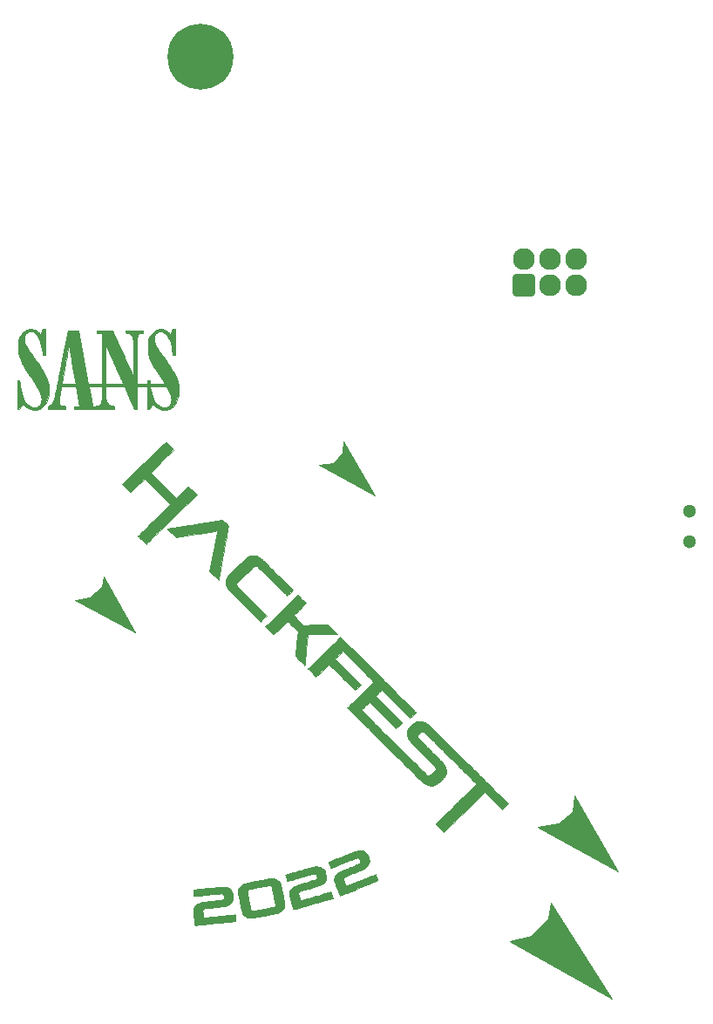
<source format=gbr>
%TF.GenerationSoftware,KiCad,Pcbnew,(6.0.7)*%
%TF.CreationDate,2022-10-15T16:11:04-05:00*%
%TF.ProjectId,Hackfest 2022 Badge,4861636b-6665-4737-9420-323032322042,Rev0*%
%TF.SameCoordinates,Original*%
%TF.FileFunction,Soldermask,Top*%
%TF.FilePolarity,Negative*%
%FSLAX46Y46*%
G04 Gerber Fmt 4.6, Leading zero omitted, Abs format (unit mm)*
G04 Created by KiCad (PCBNEW (6.0.7)) date 2022-10-15 16:11:04*
%MOMM*%
%LPD*%
G01*
G04 APERTURE LIST*
G04 Aperture macros list*
%AMRoundRect*
0 Rectangle with rounded corners*
0 $1 Rounding radius*
0 $2 $3 $4 $5 $6 $7 $8 $9 X,Y pos of 4 corners*
0 Add a 4 corners polygon primitive as box body*
4,1,4,$2,$3,$4,$5,$6,$7,$8,$9,$2,$3,0*
0 Add four circle primitives for the rounded corners*
1,1,$1+$1,$2,$3*
1,1,$1+$1,$4,$5*
1,1,$1+$1,$6,$7*
1,1,$1+$1,$8,$9*
0 Add four rect primitives between the rounded corners*
20,1,$1+$1,$2,$3,$4,$5,0*
20,1,$1+$1,$4,$5,$6,$7,0*
20,1,$1+$1,$6,$7,$8,$9,0*
20,1,$1+$1,$8,$9,$2,$3,0*%
G04 Aperture macros list end*
%ADD10C,0.120000*%
%ADD11C,0.010000*%
%ADD12C,6.400000*%
%ADD13O,2.127200X2.127200*%
%ADD14RoundRect,0.200000X-0.863600X0.863600X-0.863600X-0.863600X0.863600X-0.863600X0.863600X0.863600X0*%
%ADD15C,2.127200*%
%ADD16C,1.300000*%
G04 APERTURE END LIST*
%TO.C,G\u002A\u002A\u002A*%
G36*
X161342126Y-94904331D02*
G01*
X155972126Y-91984331D01*
X155982126Y-91974331D01*
X157392126Y-91774331D01*
X158252126Y-90754331D01*
X158362126Y-89674331D01*
X161342126Y-94904331D01*
G37*
D10*
X161342126Y-94904331D02*
X155972126Y-91984331D01*
X155982126Y-91974331D01*
X157392126Y-91774331D01*
X158252126Y-90754331D01*
X158362126Y-89674331D01*
X161342126Y-94904331D01*
G36*
X184422126Y-143814331D02*
G01*
X174572126Y-138254331D01*
X174472126Y-138204331D01*
X176652126Y-137704331D01*
X178242126Y-136004331D01*
X178512126Y-134514331D01*
X184422126Y-143814331D01*
G37*
X184422126Y-143814331D02*
X174572126Y-138254331D01*
X174472126Y-138204331D01*
X176652126Y-137704331D01*
X178242126Y-136004331D01*
X178512126Y-134514331D01*
X184422126Y-143814331D01*
G36*
X138077726Y-108207931D02*
G01*
X132286526Y-105058331D01*
X132362726Y-105058331D01*
X133683526Y-104829731D01*
X134902726Y-103864531D01*
X135029726Y-102797731D01*
X138077726Y-108207931D01*
G37*
X138077726Y-108207931D02*
X132286526Y-105058331D01*
X132362726Y-105058331D01*
X133683526Y-104829731D01*
X134902726Y-103864531D01*
X135029726Y-102797731D01*
X138077726Y-108207931D01*
G36*
X185012126Y-131464331D02*
G01*
X177332126Y-127184331D01*
X177242126Y-127124331D01*
X179272126Y-126804331D01*
X180562126Y-125684331D01*
X180732126Y-124074331D01*
X185012126Y-131464331D01*
G37*
X185012126Y-131464331D02*
X177332126Y-127184331D01*
X177242126Y-127124331D01*
X179272126Y-126804331D01*
X180562126Y-125684331D01*
X180732126Y-124074331D01*
X185012126Y-131464331D01*
G36*
X130615779Y-83737862D02*
G01*
X130682373Y-83413842D01*
X130751878Y-83074336D01*
X130823802Y-82721707D01*
X130897651Y-82358320D01*
X130934961Y-82174231D01*
X131596556Y-78906915D01*
X132093149Y-78901252D01*
X132589741Y-78895589D01*
X133559875Y-84082165D01*
X134864626Y-84082165D01*
X135224460Y-84082165D01*
X136071126Y-84082165D01*
X136255783Y-84081973D01*
X136426552Y-84081425D01*
X136578952Y-84080564D01*
X136708503Y-84079432D01*
X136810724Y-84078070D01*
X136881135Y-84076521D01*
X136915254Y-84074827D01*
X136917793Y-84074210D01*
X136909378Y-84054171D01*
X136884908Y-83998083D01*
X136845545Y-83908571D01*
X136792452Y-83788258D01*
X136726793Y-83639771D01*
X136649728Y-83465733D01*
X136562421Y-83268769D01*
X136466034Y-83051503D01*
X136361730Y-82816562D01*
X136250671Y-82566568D01*
X136134020Y-82304148D01*
X136071658Y-82163918D01*
X135225523Y-80261581D01*
X135224991Y-82171873D01*
X135224460Y-84082165D01*
X134864626Y-84082165D01*
X134864626Y-79150331D01*
X134335460Y-79150331D01*
X134335460Y-78896331D01*
X135134501Y-78896712D01*
X135933543Y-78897092D01*
X136833126Y-80964573D01*
X136957008Y-81249254D01*
X137077528Y-81526141D01*
X137193440Y-81792378D01*
X137303498Y-82045108D01*
X137406459Y-82281474D01*
X137501078Y-82498619D01*
X137586108Y-82693687D01*
X137660305Y-82863820D01*
X137722424Y-83006161D01*
X137771220Y-83117854D01*
X137805448Y-83196041D01*
X137822288Y-83234318D01*
X137911866Y-83436581D01*
X137906521Y-81605665D01*
X137905569Y-81272547D01*
X137904647Y-80978972D01*
X137903558Y-80722148D01*
X137902102Y-80499286D01*
X137900081Y-80307596D01*
X137897299Y-80144285D01*
X137893556Y-80006565D01*
X137888656Y-79891645D01*
X137882398Y-79796734D01*
X137874587Y-79719042D01*
X137865022Y-79655778D01*
X137853508Y-79604153D01*
X137839845Y-79561375D01*
X137823835Y-79524654D01*
X137805280Y-79491201D01*
X137783983Y-79458223D01*
X137759745Y-79422932D01*
X137750662Y-79409710D01*
X137655293Y-79306064D01*
X137530379Y-79225781D01*
X137384271Y-79173360D01*
X137279863Y-79156170D01*
X137150626Y-79144452D01*
X137150626Y-78896331D01*
X138886293Y-78896331D01*
X138886293Y-79144535D01*
X138750070Y-79155470D01*
X138614151Y-79179102D01*
X138498803Y-79224507D01*
X138411796Y-79288031D01*
X138378303Y-79330231D01*
X138362066Y-79357212D01*
X138347593Y-79384292D01*
X138334782Y-79413940D01*
X138323532Y-79448626D01*
X138313741Y-79490818D01*
X138305307Y-79542985D01*
X138298127Y-79607598D01*
X138292101Y-79687126D01*
X138287126Y-79784038D01*
X138283100Y-79900803D01*
X138279921Y-80039890D01*
X138277487Y-80203770D01*
X138275698Y-80394910D01*
X138274449Y-80615782D01*
X138273641Y-80868853D01*
X138273170Y-81156594D01*
X138272935Y-81481473D01*
X138272834Y-81845960D01*
X138272827Y-81886123D01*
X138272460Y-84082165D01*
X139246126Y-84082165D01*
X139246126Y-83764665D01*
X139500126Y-83764665D01*
X139500415Y-83875790D01*
X139502995Y-83949591D01*
X139509233Y-84012524D01*
X139513467Y-84034540D01*
X139526230Y-84082165D01*
X140254012Y-84082165D01*
X140424758Y-84081840D01*
X140581264Y-84080918D01*
X140718697Y-84079475D01*
X140832225Y-84077588D01*
X140917015Y-84075335D01*
X140968233Y-84072792D01*
X140981793Y-84070564D01*
X140969683Y-84043724D01*
X140934702Y-83985700D01*
X140878868Y-83899548D01*
X140804202Y-83788325D01*
X140712723Y-83655088D01*
X140610589Y-83508779D01*
X140400653Y-83206822D01*
X140216132Y-82933719D01*
X140055217Y-82685906D01*
X139916100Y-82459816D01*
X139796974Y-82251886D01*
X139696028Y-82058550D01*
X139611456Y-81876242D01*
X139541449Y-81701399D01*
X139484198Y-81530454D01*
X139437894Y-81359843D01*
X139400731Y-81186002D01*
X139384026Y-81090752D01*
X139346022Y-80772382D01*
X139337110Y-80465594D01*
X139356580Y-80173932D01*
X139403724Y-79900937D01*
X139477833Y-79650152D01*
X139578199Y-79425117D01*
X139704112Y-79229376D01*
X139772858Y-79147475D01*
X139924568Y-79002838D01*
X140080498Y-78897809D01*
X140246476Y-78829693D01*
X140428333Y-78795793D01*
X140544470Y-78790749D01*
X140719160Y-78801392D01*
X140874064Y-78835513D01*
X141027046Y-78897233D01*
X141045293Y-78906271D01*
X141119107Y-78948702D01*
X141203757Y-79005409D01*
X141290058Y-79069254D01*
X141368822Y-79133095D01*
X141430865Y-79189792D01*
X141466999Y-79232206D01*
X141468919Y-79235545D01*
X141493162Y-79268673D01*
X141507886Y-79277331D01*
X141522526Y-79259224D01*
X141550583Y-79209760D01*
X141588190Y-79136229D01*
X141631478Y-79045919D01*
X141637049Y-79033915D01*
X141749609Y-78790498D01*
X141997793Y-78790498D01*
X141997793Y-81330498D01*
X141750695Y-81330498D01*
X141724942Y-81092373D01*
X141678761Y-80753642D01*
X141616574Y-80438619D01*
X141539394Y-80149414D01*
X141448237Y-79888142D01*
X141344119Y-79656915D01*
X141228054Y-79457845D01*
X141101059Y-79293046D01*
X140964147Y-79164629D01*
X140818336Y-79074709D01*
X140740771Y-79044321D01*
X140646072Y-79027680D01*
X140530698Y-79026732D01*
X140412380Y-79040034D01*
X140308848Y-79066141D01*
X140269864Y-79082667D01*
X140138611Y-79172233D01*
X140038665Y-79290228D01*
X139970127Y-79436473D01*
X139933100Y-79610790D01*
X139927445Y-79681578D01*
X139928185Y-79795330D01*
X139942472Y-79911891D01*
X139971861Y-80034318D01*
X140017905Y-80165664D01*
X140082156Y-80308986D01*
X140166168Y-80467338D01*
X140271494Y-80643776D01*
X140399687Y-80841355D01*
X140552301Y-81063130D01*
X140730888Y-81312156D01*
X140814116Y-81425748D01*
X141051251Y-81751435D01*
X141261798Y-82049031D01*
X141447608Y-82321799D01*
X141610531Y-82573007D01*
X141752418Y-82805919D01*
X141875121Y-83023801D01*
X141980491Y-83229919D01*
X142070378Y-83427538D01*
X142146633Y-83619924D01*
X142211108Y-83810341D01*
X142258031Y-83973086D01*
X142279373Y-84054473D01*
X142295522Y-84122641D01*
X142307204Y-84185550D01*
X142315148Y-84251162D01*
X142320080Y-84327436D01*
X142322729Y-84422336D01*
X142323821Y-84543822D01*
X142324081Y-84695998D01*
X142323692Y-84858725D01*
X142321981Y-84986901D01*
X142318420Y-85088303D01*
X142312484Y-85170705D01*
X142303647Y-85241883D01*
X142291383Y-85309612D01*
X142278697Y-85366768D01*
X142200982Y-85631870D01*
X142099363Y-85870346D01*
X141975690Y-86079938D01*
X141831815Y-86258387D01*
X141669589Y-86403436D01*
X141490863Y-86512826D01*
X141297489Y-86584299D01*
X141276156Y-86589572D01*
X141141401Y-86610767D01*
X140984514Y-86618878D01*
X140823629Y-86613886D01*
X140676880Y-86595770D01*
X140649326Y-86590246D01*
X140440526Y-86523635D01*
X140234028Y-86415304D01*
X140030851Y-86265846D01*
X139920403Y-86165860D01*
X139855204Y-86105204D01*
X139812606Y-86072483D01*
X139786954Y-86064109D01*
X139774401Y-86073207D01*
X139757343Y-86102541D01*
X139724314Y-86160769D01*
X139679890Y-86239776D01*
X139628650Y-86331446D01*
X139622565Y-86342365D01*
X139489543Y-86581150D01*
X139373126Y-86575199D01*
X139256710Y-86569248D01*
X139251227Y-85473873D01*
X139245745Y-84378498D01*
X138272460Y-84378498D01*
X138272460Y-86516331D01*
X138003243Y-86516331D01*
X137529953Y-85447415D01*
X137056663Y-84378498D01*
X135218862Y-84378498D01*
X135230594Y-84944706D01*
X135235599Y-85146493D01*
X135241957Y-85311809D01*
X135250487Y-85446513D01*
X135262006Y-85556463D01*
X135277329Y-85647518D01*
X135297275Y-85725538D01*
X135322661Y-85796381D01*
X135354303Y-85865905D01*
X135360890Y-85879056D01*
X135449030Y-86006953D01*
X135570480Y-86111051D01*
X135722453Y-86189667D01*
X135902161Y-86241117D01*
X135981168Y-86253711D01*
X136092293Y-86267785D01*
X136092293Y-86516331D01*
X132134126Y-86516331D01*
X132134126Y-86262331D01*
X132697110Y-86262331D01*
X132376034Y-84389081D01*
X131642988Y-84383517D01*
X130981746Y-84378498D01*
X133611204Y-84378498D01*
X133622784Y-84426123D01*
X133629051Y-84456702D01*
X133642143Y-84524271D01*
X133661186Y-84624194D01*
X133685304Y-84751834D01*
X133713623Y-84902554D01*
X133745269Y-85071717D01*
X133779365Y-85254687D01*
X133795514Y-85341581D01*
X133830315Y-85528440D01*
X133862996Y-85702864D01*
X133892698Y-85860343D01*
X133918561Y-85996369D01*
X133939727Y-86106433D01*
X133955336Y-86186024D01*
X133964529Y-86230635D01*
X133966399Y-86238264D01*
X133980343Y-86251566D01*
X134015570Y-86259162D01*
X134078734Y-86261661D01*
X134176487Y-86259676D01*
X134193103Y-86259082D01*
X134300732Y-86253490D01*
X134379606Y-86244265D01*
X134443294Y-86228685D01*
X134505366Y-86204029D01*
X134533058Y-86190880D01*
X134641104Y-86123423D01*
X134721439Y-86037014D01*
X134779847Y-85923835D01*
X134814057Y-85811324D01*
X134825382Y-85756918D01*
X134834579Y-85693100D01*
X134841957Y-85614492D01*
X134847830Y-85515714D01*
X134852506Y-85391388D01*
X134856297Y-85236135D01*
X134859515Y-85044576D01*
X134859879Y-85018790D01*
X134868764Y-84378498D01*
X133611204Y-84378498D01*
X130981746Y-84378498D01*
X130916136Y-84378000D01*
X139541528Y-84378000D01*
X139551457Y-84425874D01*
X139559472Y-84465645D01*
X139573478Y-84536221D01*
X139591349Y-84626857D01*
X139606998Y-84706581D01*
X139678080Y-85008538D01*
X139767252Y-85285340D01*
X139872928Y-85535322D01*
X139993523Y-85756817D01*
X140127454Y-85948160D01*
X140273136Y-86107682D01*
X140428983Y-86233719D01*
X140593412Y-86324603D01*
X140764836Y-86378669D01*
X140941673Y-86394249D01*
X141122336Y-86369678D01*
X141174606Y-86354996D01*
X141249792Y-86321962D01*
X141329008Y-86273142D01*
X141361502Y-86247942D01*
X141474771Y-86128198D01*
X141553606Y-85990693D01*
X141599359Y-85831791D01*
X141613377Y-85647854D01*
X141610966Y-85575677D01*
X141592014Y-85406258D01*
X141553407Y-85233314D01*
X141492769Y-85049248D01*
X141407723Y-84846467D01*
X141335728Y-84695998D01*
X141182876Y-84389081D01*
X140362202Y-84383541D01*
X139541528Y-84378000D01*
X130916136Y-84378000D01*
X130909943Y-84377953D01*
X130897897Y-84436434D01*
X130868190Y-84587001D01*
X130837619Y-84753237D01*
X130807380Y-84927549D01*
X130778666Y-85102339D01*
X130752672Y-85270013D01*
X130730593Y-85422975D01*
X130713623Y-85553629D01*
X130702956Y-85654379D01*
X130700259Y-85693221D01*
X130697161Y-85829803D01*
X130704096Y-85933195D01*
X130723199Y-86011798D01*
X130756600Y-86074010D01*
X130806432Y-86128232D01*
X130811923Y-86133118D01*
X130882574Y-86183237D01*
X130967895Y-86218762D01*
X131077976Y-86243077D01*
X131176335Y-86255356D01*
X131308626Y-86268453D01*
X131308626Y-86516331D01*
X129615293Y-86516331D01*
X129615293Y-86272268D01*
X129719339Y-86235314D01*
X129844952Y-86169255D01*
X129962177Y-86065221D01*
X130067809Y-85927250D01*
X130158645Y-85759382D01*
X130218622Y-85605928D01*
X130228941Y-85566862D01*
X130247110Y-85488658D01*
X130272634Y-85373681D01*
X130305019Y-85224296D01*
X130343772Y-85042868D01*
X130388400Y-84831762D01*
X130438408Y-84593344D01*
X130493303Y-84329977D01*
X130550227Y-84055429D01*
X130977186Y-84055429D01*
X130984341Y-84063629D01*
X131003688Y-84069964D01*
X131039466Y-84074671D01*
X131095918Y-84077990D01*
X131177282Y-84080160D01*
X131287801Y-84081419D01*
X131431714Y-84082008D01*
X131613261Y-84082163D01*
X131635283Y-84082165D01*
X131829587Y-84081808D01*
X131985077Y-84080646D01*
X132105268Y-84078538D01*
X132193673Y-84075347D01*
X132253806Y-84070933D01*
X132289183Y-84065157D01*
X132303316Y-84057880D01*
X132303946Y-84055706D01*
X132300469Y-84030927D01*
X132290289Y-83968537D01*
X132274041Y-83872147D01*
X132252360Y-83745366D01*
X132225883Y-83591806D01*
X132195245Y-83415077D01*
X132161082Y-83218789D01*
X132124029Y-83006553D01*
X132084724Y-82781979D01*
X132043801Y-82548679D01*
X132001896Y-82310261D01*
X131959645Y-82070338D01*
X131917684Y-81832519D01*
X131876648Y-81600414D01*
X131837174Y-81377635D01*
X131799897Y-81167792D01*
X131765453Y-80974495D01*
X131734478Y-80801355D01*
X131707607Y-80651982D01*
X131685477Y-80529987D01*
X131668722Y-80438981D01*
X131657980Y-80382573D01*
X131653907Y-80364328D01*
X131649491Y-80385397D01*
X131638087Y-80445128D01*
X131620246Y-80540527D01*
X131596516Y-80668601D01*
X131567448Y-80826356D01*
X131533592Y-81010796D01*
X131495496Y-81218927D01*
X131453712Y-81447757D01*
X131408788Y-81694289D01*
X131361275Y-81955531D01*
X131318951Y-82188636D01*
X131269494Y-82460978D01*
X131222038Y-82721809D01*
X131177144Y-82968062D01*
X131135376Y-83196672D01*
X131097297Y-83404575D01*
X131063470Y-83588704D01*
X131034457Y-83745996D01*
X131010822Y-83873385D01*
X130993127Y-83967807D01*
X130981936Y-84026194D01*
X130977982Y-84045123D01*
X130977186Y-84055429D01*
X130550227Y-84055429D01*
X130552591Y-84044028D01*
X130615779Y-83737862D01*
G37*
D11*
X130615779Y-83737862D02*
X130682373Y-83413842D01*
X130751878Y-83074336D01*
X130823802Y-82721707D01*
X130897651Y-82358320D01*
X130934961Y-82174231D01*
X131596556Y-78906915D01*
X132093149Y-78901252D01*
X132589741Y-78895589D01*
X133559875Y-84082165D01*
X134864626Y-84082165D01*
X135224460Y-84082165D01*
X136071126Y-84082165D01*
X136255783Y-84081973D01*
X136426552Y-84081425D01*
X136578952Y-84080564D01*
X136708503Y-84079432D01*
X136810724Y-84078070D01*
X136881135Y-84076521D01*
X136915254Y-84074827D01*
X136917793Y-84074210D01*
X136909378Y-84054171D01*
X136884908Y-83998083D01*
X136845545Y-83908571D01*
X136792452Y-83788258D01*
X136726793Y-83639771D01*
X136649728Y-83465733D01*
X136562421Y-83268769D01*
X136466034Y-83051503D01*
X136361730Y-82816562D01*
X136250671Y-82566568D01*
X136134020Y-82304148D01*
X136071658Y-82163918D01*
X135225523Y-80261581D01*
X135224991Y-82171873D01*
X135224460Y-84082165D01*
X134864626Y-84082165D01*
X134864626Y-79150331D01*
X134335460Y-79150331D01*
X134335460Y-78896331D01*
X135134501Y-78896712D01*
X135933543Y-78897092D01*
X136833126Y-80964573D01*
X136957008Y-81249254D01*
X137077528Y-81526141D01*
X137193440Y-81792378D01*
X137303498Y-82045108D01*
X137406459Y-82281474D01*
X137501078Y-82498619D01*
X137586108Y-82693687D01*
X137660305Y-82863820D01*
X137722424Y-83006161D01*
X137771220Y-83117854D01*
X137805448Y-83196041D01*
X137822288Y-83234318D01*
X137911866Y-83436581D01*
X137906521Y-81605665D01*
X137905569Y-81272547D01*
X137904647Y-80978972D01*
X137903558Y-80722148D01*
X137902102Y-80499286D01*
X137900081Y-80307596D01*
X137897299Y-80144285D01*
X137893556Y-80006565D01*
X137888656Y-79891645D01*
X137882398Y-79796734D01*
X137874587Y-79719042D01*
X137865022Y-79655778D01*
X137853508Y-79604153D01*
X137839845Y-79561375D01*
X137823835Y-79524654D01*
X137805280Y-79491201D01*
X137783983Y-79458223D01*
X137759745Y-79422932D01*
X137750662Y-79409710D01*
X137655293Y-79306064D01*
X137530379Y-79225781D01*
X137384271Y-79173360D01*
X137279863Y-79156170D01*
X137150626Y-79144452D01*
X137150626Y-78896331D01*
X138886293Y-78896331D01*
X138886293Y-79144535D01*
X138750070Y-79155470D01*
X138614151Y-79179102D01*
X138498803Y-79224507D01*
X138411796Y-79288031D01*
X138378303Y-79330231D01*
X138362066Y-79357212D01*
X138347593Y-79384292D01*
X138334782Y-79413940D01*
X138323532Y-79448626D01*
X138313741Y-79490818D01*
X138305307Y-79542985D01*
X138298127Y-79607598D01*
X138292101Y-79687126D01*
X138287126Y-79784038D01*
X138283100Y-79900803D01*
X138279921Y-80039890D01*
X138277487Y-80203770D01*
X138275698Y-80394910D01*
X138274449Y-80615782D01*
X138273641Y-80868853D01*
X138273170Y-81156594D01*
X138272935Y-81481473D01*
X138272834Y-81845960D01*
X138272827Y-81886123D01*
X138272460Y-84082165D01*
X139246126Y-84082165D01*
X139246126Y-83764665D01*
X139500126Y-83764665D01*
X139500415Y-83875790D01*
X139502995Y-83949591D01*
X139509233Y-84012524D01*
X139513467Y-84034540D01*
X139526230Y-84082165D01*
X140254012Y-84082165D01*
X140424758Y-84081840D01*
X140581264Y-84080918D01*
X140718697Y-84079475D01*
X140832225Y-84077588D01*
X140917015Y-84075335D01*
X140968233Y-84072792D01*
X140981793Y-84070564D01*
X140969683Y-84043724D01*
X140934702Y-83985700D01*
X140878868Y-83899548D01*
X140804202Y-83788325D01*
X140712723Y-83655088D01*
X140610589Y-83508779D01*
X140400653Y-83206822D01*
X140216132Y-82933719D01*
X140055217Y-82685906D01*
X139916100Y-82459816D01*
X139796974Y-82251886D01*
X139696028Y-82058550D01*
X139611456Y-81876242D01*
X139541449Y-81701399D01*
X139484198Y-81530454D01*
X139437894Y-81359843D01*
X139400731Y-81186002D01*
X139384026Y-81090752D01*
X139346022Y-80772382D01*
X139337110Y-80465594D01*
X139356580Y-80173932D01*
X139403724Y-79900937D01*
X139477833Y-79650152D01*
X139578199Y-79425117D01*
X139704112Y-79229376D01*
X139772858Y-79147475D01*
X139924568Y-79002838D01*
X140080498Y-78897809D01*
X140246476Y-78829693D01*
X140428333Y-78795793D01*
X140544470Y-78790749D01*
X140719160Y-78801392D01*
X140874064Y-78835513D01*
X141027046Y-78897233D01*
X141045293Y-78906271D01*
X141119107Y-78948702D01*
X141203757Y-79005409D01*
X141290058Y-79069254D01*
X141368822Y-79133095D01*
X141430865Y-79189792D01*
X141466999Y-79232206D01*
X141468919Y-79235545D01*
X141493162Y-79268673D01*
X141507886Y-79277331D01*
X141522526Y-79259224D01*
X141550583Y-79209760D01*
X141588190Y-79136229D01*
X141631478Y-79045919D01*
X141637049Y-79033915D01*
X141749609Y-78790498D01*
X141997793Y-78790498D01*
X141997793Y-81330498D01*
X141750695Y-81330498D01*
X141724942Y-81092373D01*
X141678761Y-80753642D01*
X141616574Y-80438619D01*
X141539394Y-80149414D01*
X141448237Y-79888142D01*
X141344119Y-79656915D01*
X141228054Y-79457845D01*
X141101059Y-79293046D01*
X140964147Y-79164629D01*
X140818336Y-79074709D01*
X140740771Y-79044321D01*
X140646072Y-79027680D01*
X140530698Y-79026732D01*
X140412380Y-79040034D01*
X140308848Y-79066141D01*
X140269864Y-79082667D01*
X140138611Y-79172233D01*
X140038665Y-79290228D01*
X139970127Y-79436473D01*
X139933100Y-79610790D01*
X139927445Y-79681578D01*
X139928185Y-79795330D01*
X139942472Y-79911891D01*
X139971861Y-80034318D01*
X140017905Y-80165664D01*
X140082156Y-80308986D01*
X140166168Y-80467338D01*
X140271494Y-80643776D01*
X140399687Y-80841355D01*
X140552301Y-81063130D01*
X140730888Y-81312156D01*
X140814116Y-81425748D01*
X141051251Y-81751435D01*
X141261798Y-82049031D01*
X141447608Y-82321799D01*
X141610531Y-82573007D01*
X141752418Y-82805919D01*
X141875121Y-83023801D01*
X141980491Y-83229919D01*
X142070378Y-83427538D01*
X142146633Y-83619924D01*
X142211108Y-83810341D01*
X142258031Y-83973086D01*
X142279373Y-84054473D01*
X142295522Y-84122641D01*
X142307204Y-84185550D01*
X142315148Y-84251162D01*
X142320080Y-84327436D01*
X142322729Y-84422336D01*
X142323821Y-84543822D01*
X142324081Y-84695998D01*
X142323692Y-84858725D01*
X142321981Y-84986901D01*
X142318420Y-85088303D01*
X142312484Y-85170705D01*
X142303647Y-85241883D01*
X142291383Y-85309612D01*
X142278697Y-85366768D01*
X142200982Y-85631870D01*
X142099363Y-85870346D01*
X141975690Y-86079938D01*
X141831815Y-86258387D01*
X141669589Y-86403436D01*
X141490863Y-86512826D01*
X141297489Y-86584299D01*
X141276156Y-86589572D01*
X141141401Y-86610767D01*
X140984514Y-86618878D01*
X140823629Y-86613886D01*
X140676880Y-86595770D01*
X140649326Y-86590246D01*
X140440526Y-86523635D01*
X140234028Y-86415304D01*
X140030851Y-86265846D01*
X139920403Y-86165860D01*
X139855204Y-86105204D01*
X139812606Y-86072483D01*
X139786954Y-86064109D01*
X139774401Y-86073207D01*
X139757343Y-86102541D01*
X139724314Y-86160769D01*
X139679890Y-86239776D01*
X139628650Y-86331446D01*
X139622565Y-86342365D01*
X139489543Y-86581150D01*
X139373126Y-86575199D01*
X139256710Y-86569248D01*
X139251227Y-85473873D01*
X139245745Y-84378498D01*
X138272460Y-84378498D01*
X138272460Y-86516331D01*
X138003243Y-86516331D01*
X137529953Y-85447415D01*
X137056663Y-84378498D01*
X135218862Y-84378498D01*
X135230594Y-84944706D01*
X135235599Y-85146493D01*
X135241957Y-85311809D01*
X135250487Y-85446513D01*
X135262006Y-85556463D01*
X135277329Y-85647518D01*
X135297275Y-85725538D01*
X135322661Y-85796381D01*
X135354303Y-85865905D01*
X135360890Y-85879056D01*
X135449030Y-86006953D01*
X135570480Y-86111051D01*
X135722453Y-86189667D01*
X135902161Y-86241117D01*
X135981168Y-86253711D01*
X136092293Y-86267785D01*
X136092293Y-86516331D01*
X132134126Y-86516331D01*
X132134126Y-86262331D01*
X132697110Y-86262331D01*
X132376034Y-84389081D01*
X131642988Y-84383517D01*
X130981746Y-84378498D01*
X133611204Y-84378498D01*
X133622784Y-84426123D01*
X133629051Y-84456702D01*
X133642143Y-84524271D01*
X133661186Y-84624194D01*
X133685304Y-84751834D01*
X133713623Y-84902554D01*
X133745269Y-85071717D01*
X133779365Y-85254687D01*
X133795514Y-85341581D01*
X133830315Y-85528440D01*
X133862996Y-85702864D01*
X133892698Y-85860343D01*
X133918561Y-85996369D01*
X133939727Y-86106433D01*
X133955336Y-86186024D01*
X133964529Y-86230635D01*
X133966399Y-86238264D01*
X133980343Y-86251566D01*
X134015570Y-86259162D01*
X134078734Y-86261661D01*
X134176487Y-86259676D01*
X134193103Y-86259082D01*
X134300732Y-86253490D01*
X134379606Y-86244265D01*
X134443294Y-86228685D01*
X134505366Y-86204029D01*
X134533058Y-86190880D01*
X134641104Y-86123423D01*
X134721439Y-86037014D01*
X134779847Y-85923835D01*
X134814057Y-85811324D01*
X134825382Y-85756918D01*
X134834579Y-85693100D01*
X134841957Y-85614492D01*
X134847830Y-85515714D01*
X134852506Y-85391388D01*
X134856297Y-85236135D01*
X134859515Y-85044576D01*
X134859879Y-85018790D01*
X134868764Y-84378498D01*
X133611204Y-84378498D01*
X130981746Y-84378498D01*
X130916136Y-84378000D01*
X139541528Y-84378000D01*
X139551457Y-84425874D01*
X139559472Y-84465645D01*
X139573478Y-84536221D01*
X139591349Y-84626857D01*
X139606998Y-84706581D01*
X139678080Y-85008538D01*
X139767252Y-85285340D01*
X139872928Y-85535322D01*
X139993523Y-85756817D01*
X140127454Y-85948160D01*
X140273136Y-86107682D01*
X140428983Y-86233719D01*
X140593412Y-86324603D01*
X140764836Y-86378669D01*
X140941673Y-86394249D01*
X141122336Y-86369678D01*
X141174606Y-86354996D01*
X141249792Y-86321962D01*
X141329008Y-86273142D01*
X141361502Y-86247942D01*
X141474771Y-86128198D01*
X141553606Y-85990693D01*
X141599359Y-85831791D01*
X141613377Y-85647854D01*
X141610966Y-85575677D01*
X141592014Y-85406258D01*
X141553407Y-85233314D01*
X141492769Y-85049248D01*
X141407723Y-84846467D01*
X141335728Y-84695998D01*
X141182876Y-84389081D01*
X140362202Y-84383541D01*
X139541528Y-84378000D01*
X130916136Y-84378000D01*
X130909943Y-84377953D01*
X130897897Y-84436434D01*
X130868190Y-84587001D01*
X130837619Y-84753237D01*
X130807380Y-84927549D01*
X130778666Y-85102339D01*
X130752672Y-85270013D01*
X130730593Y-85422975D01*
X130713623Y-85553629D01*
X130702956Y-85654379D01*
X130700259Y-85693221D01*
X130697161Y-85829803D01*
X130704096Y-85933195D01*
X130723199Y-86011798D01*
X130756600Y-86074010D01*
X130806432Y-86128232D01*
X130811923Y-86133118D01*
X130882574Y-86183237D01*
X130967895Y-86218762D01*
X131077976Y-86243077D01*
X131176335Y-86255356D01*
X131308626Y-86268453D01*
X131308626Y-86516331D01*
X129615293Y-86516331D01*
X129615293Y-86272268D01*
X129719339Y-86235314D01*
X129844952Y-86169255D01*
X129962177Y-86065221D01*
X130067809Y-85927250D01*
X130158645Y-85759382D01*
X130218622Y-85605928D01*
X130228941Y-85566862D01*
X130247110Y-85488658D01*
X130272634Y-85373681D01*
X130305019Y-85224296D01*
X130343772Y-85042868D01*
X130388400Y-84831762D01*
X130438408Y-84593344D01*
X130493303Y-84329977D01*
X130550227Y-84055429D01*
X130977186Y-84055429D01*
X130984341Y-84063629D01*
X131003688Y-84069964D01*
X131039466Y-84074671D01*
X131095918Y-84077990D01*
X131177282Y-84080160D01*
X131287801Y-84081419D01*
X131431714Y-84082008D01*
X131613261Y-84082163D01*
X131635283Y-84082165D01*
X131829587Y-84081808D01*
X131985077Y-84080646D01*
X132105268Y-84078538D01*
X132193673Y-84075347D01*
X132253806Y-84070933D01*
X132289183Y-84065157D01*
X132303316Y-84057880D01*
X132303946Y-84055706D01*
X132300469Y-84030927D01*
X132290289Y-83968537D01*
X132274041Y-83872147D01*
X132252360Y-83745366D01*
X132225883Y-83591806D01*
X132195245Y-83415077D01*
X132161082Y-83218789D01*
X132124029Y-83006553D01*
X132084724Y-82781979D01*
X132043801Y-82548679D01*
X132001896Y-82310261D01*
X131959645Y-82070338D01*
X131917684Y-81832519D01*
X131876648Y-81600414D01*
X131837174Y-81377635D01*
X131799897Y-81167792D01*
X131765453Y-80974495D01*
X131734478Y-80801355D01*
X131707607Y-80651982D01*
X131685477Y-80529987D01*
X131668722Y-80438981D01*
X131657980Y-80382573D01*
X131653907Y-80364328D01*
X131649491Y-80385397D01*
X131638087Y-80445128D01*
X131620246Y-80540527D01*
X131596516Y-80668601D01*
X131567448Y-80826356D01*
X131533592Y-81010796D01*
X131495496Y-81218927D01*
X131453712Y-81447757D01*
X131408788Y-81694289D01*
X131361275Y-81955531D01*
X131318951Y-82188636D01*
X131269494Y-82460978D01*
X131222038Y-82721809D01*
X131177144Y-82968062D01*
X131135376Y-83196672D01*
X131097297Y-83404575D01*
X131063470Y-83588704D01*
X131034457Y-83745996D01*
X131010822Y-83873385D01*
X130993127Y-83967807D01*
X130981936Y-84026194D01*
X130977982Y-84045123D01*
X130977186Y-84055429D01*
X130550227Y-84055429D01*
X130552591Y-84044028D01*
X130615779Y-83737862D01*
G36*
X148085103Y-133278316D02*
G01*
X148092547Y-133217210D01*
X148105746Y-133163239D01*
X148124293Y-133112611D01*
X148132603Y-133093581D01*
X148216834Y-132957133D01*
X148339123Y-132833101D01*
X148496388Y-132723913D01*
X148685548Y-132631992D01*
X148749960Y-132607463D01*
X148802227Y-132591987D01*
X148891289Y-132569407D01*
X149012398Y-132540779D01*
X149160808Y-132507159D01*
X149331775Y-132469602D01*
X149520552Y-132429165D01*
X149722393Y-132386904D01*
X149932552Y-132343873D01*
X149956460Y-132339040D01*
X150237769Y-132282749D01*
X150481465Y-132235242D01*
X150691246Y-132196052D01*
X150870807Y-132164709D01*
X151023846Y-132140747D01*
X151154061Y-132123696D01*
X151265147Y-132113089D01*
X151360801Y-132108458D01*
X151444722Y-132109334D01*
X151520605Y-132115250D01*
X151592148Y-132125737D01*
X151611927Y-132129433D01*
X151767739Y-132173745D01*
X151909315Y-132240710D01*
X152023456Y-132324028D01*
X152027417Y-132327757D01*
X152063572Y-132364271D01*
X152095562Y-132402790D01*
X152124576Y-132447134D01*
X152151804Y-132501121D01*
X152178434Y-132568571D01*
X152205655Y-132653303D01*
X152234655Y-132759134D01*
X152266624Y-132889885D01*
X152302750Y-133049375D01*
X152344223Y-133241422D01*
X152392230Y-133469846D01*
X152410949Y-133559830D01*
X152451591Y-133756851D01*
X152489879Y-133944970D01*
X152524859Y-134119314D01*
X152555573Y-134275005D01*
X152581068Y-134407168D01*
X152600388Y-134510927D01*
X152612576Y-134581405D01*
X152616277Y-134607583D01*
X152612168Y-134756756D01*
X152572778Y-134908747D01*
X152502632Y-135051971D01*
X152406257Y-135174844D01*
X152387583Y-135192882D01*
X152296520Y-135262413D01*
X152176057Y-135333003D01*
X152038457Y-135398209D01*
X151895984Y-135451593D01*
X151893382Y-135452428D01*
X151834100Y-135468876D01*
X151738265Y-135492334D01*
X151610875Y-135521707D01*
X151456928Y-135555901D01*
X151281423Y-135593821D01*
X151089356Y-135634374D01*
X150885726Y-135676466D01*
X150676126Y-135718884D01*
X150431873Y-135767550D01*
X150224794Y-135808231D01*
X150050632Y-135841641D01*
X149905131Y-135868491D01*
X149784032Y-135889496D01*
X149683081Y-135905366D01*
X149598020Y-135916815D01*
X149524592Y-135924555D01*
X149458541Y-135929298D01*
X149406126Y-135931474D01*
X149297823Y-135932622D01*
X149194989Y-135930176D01*
X149110926Y-135924643D01*
X149067460Y-135918618D01*
X148958950Y-135885824D01*
X148845128Y-135834908D01*
X148740370Y-135773533D01*
X148659056Y-135709360D01*
X148642786Y-135692321D01*
X148610630Y-135653217D01*
X148581729Y-135611144D01*
X148554926Y-135562216D01*
X148529063Y-135502542D01*
X148502983Y-135428236D01*
X148475529Y-135335408D01*
X148445544Y-135220170D01*
X148411871Y-135078635D01*
X148373353Y-134906914D01*
X148328831Y-134701118D01*
X148281749Y-134479172D01*
X148228450Y-134224445D01*
X148184173Y-134007194D01*
X148148509Y-133823627D01*
X148121050Y-133669952D01*
X148101389Y-133542377D01*
X148089116Y-133437107D01*
X148084541Y-133362118D01*
X148978904Y-133362118D01*
X148985136Y-133432680D01*
X148998669Y-133525249D01*
X149019704Y-133643561D01*
X149048445Y-133791357D01*
X149085095Y-133972374D01*
X149129858Y-134190353D01*
X149140512Y-134242164D01*
X149180294Y-134433547D01*
X149218501Y-134613276D01*
X149254115Y-134776848D01*
X149286115Y-134919758D01*
X149313484Y-135037499D01*
X149335200Y-135125567D01*
X149350246Y-135179457D01*
X149355819Y-135193796D01*
X149403739Y-135236638D01*
X149476208Y-135265034D01*
X149556301Y-135273023D01*
X149575460Y-135271144D01*
X149606782Y-135265586D01*
X149675176Y-135252764D01*
X149776170Y-135233539D01*
X149905287Y-135208771D01*
X150058055Y-135179319D01*
X150230000Y-135146044D01*
X150416646Y-135109805D01*
X150559710Y-135081955D01*
X150755963Y-135043229D01*
X150942095Y-135005584D01*
X151113404Y-134970037D01*
X151265188Y-134937604D01*
X151392746Y-134909303D01*
X151491374Y-134886150D01*
X151556372Y-134869161D01*
X151579216Y-134861537D01*
X151642354Y-134825117D01*
X151692748Y-134781507D01*
X151702895Y-134768436D01*
X151711045Y-134754109D01*
X151716650Y-134736746D01*
X151719106Y-134712553D01*
X151717809Y-134677735D01*
X151712155Y-134628497D01*
X151701539Y-134561045D01*
X151685357Y-134471584D01*
X151663006Y-134356320D01*
X151633880Y-134211459D01*
X151597376Y-134033206D01*
X151552889Y-133817766D01*
X151546961Y-133789116D01*
X151497941Y-133553920D01*
X151456160Y-133357397D01*
X151420918Y-133196635D01*
X151391518Y-133068725D01*
X151367260Y-132970756D01*
X151347447Y-132899818D01*
X151331379Y-132853001D01*
X151318359Y-132827394D01*
X151315263Y-132823728D01*
X151267664Y-132794260D01*
X151203110Y-132774241D01*
X151192524Y-132772570D01*
X151152484Y-132774251D01*
X151076229Y-132783959D01*
X150968899Y-132800671D01*
X150835636Y-132823367D01*
X150681579Y-132851026D01*
X150511870Y-132882627D01*
X150331648Y-132917149D01*
X150146055Y-132953571D01*
X149960230Y-132990871D01*
X149779315Y-133028029D01*
X149608449Y-133064024D01*
X149452773Y-133097835D01*
X149317429Y-133128441D01*
X149207555Y-133154820D01*
X149128293Y-133175952D01*
X149084784Y-133190816D01*
X149083428Y-133191483D01*
X149050128Y-133208528D01*
X149022908Y-133225146D01*
X149001973Y-133245075D01*
X148987525Y-133272054D01*
X148979768Y-133309822D01*
X148978904Y-133362118D01*
X148084541Y-133362118D01*
X148083823Y-133350351D01*
X148085103Y-133278316D01*
G37*
X148085103Y-133278316D02*
X148092547Y-133217210D01*
X148105746Y-133163239D01*
X148124293Y-133112611D01*
X148132603Y-133093581D01*
X148216834Y-132957133D01*
X148339123Y-132833101D01*
X148496388Y-132723913D01*
X148685548Y-132631992D01*
X148749960Y-132607463D01*
X148802227Y-132591987D01*
X148891289Y-132569407D01*
X149012398Y-132540779D01*
X149160808Y-132507159D01*
X149331775Y-132469602D01*
X149520552Y-132429165D01*
X149722393Y-132386904D01*
X149932552Y-132343873D01*
X149956460Y-132339040D01*
X150237769Y-132282749D01*
X150481465Y-132235242D01*
X150691246Y-132196052D01*
X150870807Y-132164709D01*
X151023846Y-132140747D01*
X151154061Y-132123696D01*
X151265147Y-132113089D01*
X151360801Y-132108458D01*
X151444722Y-132109334D01*
X151520605Y-132115250D01*
X151592148Y-132125737D01*
X151611927Y-132129433D01*
X151767739Y-132173745D01*
X151909315Y-132240710D01*
X152023456Y-132324028D01*
X152027417Y-132327757D01*
X152063572Y-132364271D01*
X152095562Y-132402790D01*
X152124576Y-132447134D01*
X152151804Y-132501121D01*
X152178434Y-132568571D01*
X152205655Y-132653303D01*
X152234655Y-132759134D01*
X152266624Y-132889885D01*
X152302750Y-133049375D01*
X152344223Y-133241422D01*
X152392230Y-133469846D01*
X152410949Y-133559830D01*
X152451591Y-133756851D01*
X152489879Y-133944970D01*
X152524859Y-134119314D01*
X152555573Y-134275005D01*
X152581068Y-134407168D01*
X152600388Y-134510927D01*
X152612576Y-134581405D01*
X152616277Y-134607583D01*
X152612168Y-134756756D01*
X152572778Y-134908747D01*
X152502632Y-135051971D01*
X152406257Y-135174844D01*
X152387583Y-135192882D01*
X152296520Y-135262413D01*
X152176057Y-135333003D01*
X152038457Y-135398209D01*
X151895984Y-135451593D01*
X151893382Y-135452428D01*
X151834100Y-135468876D01*
X151738265Y-135492334D01*
X151610875Y-135521707D01*
X151456928Y-135555901D01*
X151281423Y-135593821D01*
X151089356Y-135634374D01*
X150885726Y-135676466D01*
X150676126Y-135718884D01*
X150431873Y-135767550D01*
X150224794Y-135808231D01*
X150050632Y-135841641D01*
X149905131Y-135868491D01*
X149784032Y-135889496D01*
X149683081Y-135905366D01*
X149598020Y-135916815D01*
X149524592Y-135924555D01*
X149458541Y-135929298D01*
X149406126Y-135931474D01*
X149297823Y-135932622D01*
X149194989Y-135930176D01*
X149110926Y-135924643D01*
X149067460Y-135918618D01*
X148958950Y-135885824D01*
X148845128Y-135834908D01*
X148740370Y-135773533D01*
X148659056Y-135709360D01*
X148642786Y-135692321D01*
X148610630Y-135653217D01*
X148581729Y-135611144D01*
X148554926Y-135562216D01*
X148529063Y-135502542D01*
X148502983Y-135428236D01*
X148475529Y-135335408D01*
X148445544Y-135220170D01*
X148411871Y-135078635D01*
X148373353Y-134906914D01*
X148328831Y-134701118D01*
X148281749Y-134479172D01*
X148228450Y-134224445D01*
X148184173Y-134007194D01*
X148148509Y-133823627D01*
X148121050Y-133669952D01*
X148101389Y-133542377D01*
X148089116Y-133437107D01*
X148084541Y-133362118D01*
X148978904Y-133362118D01*
X148985136Y-133432680D01*
X148998669Y-133525249D01*
X149019704Y-133643561D01*
X149048445Y-133791357D01*
X149085095Y-133972374D01*
X149129858Y-134190353D01*
X149140512Y-134242164D01*
X149180294Y-134433547D01*
X149218501Y-134613276D01*
X149254115Y-134776848D01*
X149286115Y-134919758D01*
X149313484Y-135037499D01*
X149335200Y-135125567D01*
X149350246Y-135179457D01*
X149355819Y-135193796D01*
X149403739Y-135236638D01*
X149476208Y-135265034D01*
X149556301Y-135273023D01*
X149575460Y-135271144D01*
X149606782Y-135265586D01*
X149675176Y-135252764D01*
X149776170Y-135233539D01*
X149905287Y-135208771D01*
X150058055Y-135179319D01*
X150230000Y-135146044D01*
X150416646Y-135109805D01*
X150559710Y-135081955D01*
X150755963Y-135043229D01*
X150942095Y-135005584D01*
X151113404Y-134970037D01*
X151265188Y-134937604D01*
X151392746Y-134909303D01*
X151491374Y-134886150D01*
X151556372Y-134869161D01*
X151579216Y-134861537D01*
X151642354Y-134825117D01*
X151692748Y-134781507D01*
X151702895Y-134768436D01*
X151711045Y-134754109D01*
X151716650Y-134736746D01*
X151719106Y-134712553D01*
X151717809Y-134677735D01*
X151712155Y-134628497D01*
X151701539Y-134561045D01*
X151685357Y-134471584D01*
X151663006Y-134356320D01*
X151633880Y-134211459D01*
X151597376Y-134033206D01*
X151552889Y-133817766D01*
X151546961Y-133789116D01*
X151497941Y-133553920D01*
X151456160Y-133357397D01*
X151420918Y-133196635D01*
X151391518Y-133068725D01*
X151367260Y-132970756D01*
X151347447Y-132899818D01*
X151331379Y-132853001D01*
X151318359Y-132827394D01*
X151315263Y-132823728D01*
X151267664Y-132794260D01*
X151203110Y-132774241D01*
X151192524Y-132772570D01*
X151152484Y-132774251D01*
X151076229Y-132783959D01*
X150968899Y-132800671D01*
X150835636Y-132823367D01*
X150681579Y-132851026D01*
X150511870Y-132882627D01*
X150331648Y-132917149D01*
X150146055Y-132953571D01*
X149960230Y-132990871D01*
X149779315Y-133028029D01*
X149608449Y-133064024D01*
X149452773Y-133097835D01*
X149317429Y-133128441D01*
X149207555Y-133154820D01*
X149128293Y-133175952D01*
X149084784Y-133190816D01*
X149083428Y-133191483D01*
X149050128Y-133208528D01*
X149022908Y-133225146D01*
X149001973Y-133245075D01*
X148987525Y-133272054D01*
X148979768Y-133309822D01*
X148978904Y-133362118D01*
X148084541Y-133362118D01*
X148083823Y-133350351D01*
X148085103Y-133278316D01*
G36*
X155906968Y-130964445D02*
G01*
X156034337Y-130985719D01*
X156097906Y-131005362D01*
X156230842Y-131073498D01*
X156343149Y-131166978D01*
X156437786Y-131289732D01*
X156517715Y-131445687D01*
X156585895Y-131638772D01*
X156592599Y-131661728D01*
X156635677Y-131863493D01*
X156642498Y-132045259D01*
X156612235Y-132208763D01*
X156544064Y-132355745D01*
X156437161Y-132487943D01*
X156290699Y-132607093D01*
X156103854Y-132714936D01*
X156089336Y-132722060D01*
X156022227Y-132752792D01*
X155943970Y-132784762D01*
X155850340Y-132819362D01*
X155737117Y-132857987D01*
X155600077Y-132902029D01*
X155434999Y-132952882D01*
X155237659Y-133011938D01*
X155003835Y-133080592D01*
X154994126Y-133083422D01*
X154806601Y-133138502D01*
X154629839Y-133191222D01*
X154468395Y-133240166D01*
X154326822Y-133283918D01*
X154209674Y-133321062D01*
X154121503Y-133350181D01*
X154066863Y-133369860D01*
X154052426Y-133376333D01*
X153998227Y-133418935D01*
X153958353Y-133468057D01*
X153947997Y-133490752D01*
X153943468Y-133517284D01*
X153945942Y-133554165D01*
X153956591Y-133607905D01*
X153976590Y-133685013D01*
X154007112Y-133792002D01*
X154032105Y-133877106D01*
X154067323Y-133992848D01*
X154100025Y-134093710D01*
X154127859Y-134172948D01*
X154148474Y-134223814D01*
X154158438Y-134239662D01*
X154181864Y-134235259D01*
X154242633Y-134219856D01*
X154337467Y-134194373D01*
X154463089Y-134159732D01*
X154616221Y-134116856D01*
X154793588Y-134066667D01*
X154991911Y-134010086D01*
X155207914Y-133948035D01*
X155438318Y-133881436D01*
X155635071Y-133824261D01*
X155874671Y-133754536D01*
X156102398Y-133688393D01*
X156314992Y-133626772D01*
X156509190Y-133570611D01*
X156681732Y-133520849D01*
X156829357Y-133478427D01*
X156948803Y-133444283D01*
X157036809Y-133419357D01*
X157090115Y-133404587D01*
X157105644Y-133400714D01*
X157116523Y-133419751D01*
X157136064Y-133470956D01*
X157161618Y-133545699D01*
X157190540Y-133635352D01*
X157220182Y-133731288D01*
X157247898Y-133824878D01*
X157271040Y-133907494D01*
X157286962Y-133970507D01*
X157293017Y-134005290D01*
X157292310Y-134009203D01*
X157271344Y-134016149D01*
X157213187Y-134033881D01*
X157121303Y-134061388D01*
X156999158Y-134097658D01*
X156850217Y-134141679D01*
X156677943Y-134192439D01*
X156485803Y-134248927D01*
X156277261Y-134310130D01*
X156055782Y-134375036D01*
X155824831Y-134442635D01*
X155587872Y-134511914D01*
X155348371Y-134581861D01*
X155109793Y-134651465D01*
X154875601Y-134719713D01*
X154649262Y-134785594D01*
X154434240Y-134848097D01*
X154233999Y-134906208D01*
X154052006Y-134958917D01*
X153891724Y-135005212D01*
X153756618Y-135044081D01*
X153650154Y-135074512D01*
X153575796Y-135095492D01*
X153537010Y-135106012D01*
X153533579Y-135106825D01*
X153519058Y-135109067D01*
X153506064Y-135106372D01*
X153493078Y-135094778D01*
X153478578Y-135070322D01*
X153461042Y-135029042D01*
X153438951Y-134966974D01*
X153410782Y-134880156D01*
X153375016Y-134764625D01*
X153330131Y-134616419D01*
X153275324Y-134433970D01*
X153225603Y-134266715D01*
X153179405Y-134108377D01*
X153138295Y-133964546D01*
X153103837Y-133840813D01*
X153077599Y-133742770D01*
X153061143Y-133676008D01*
X153056446Y-133652110D01*
X153055804Y-133546456D01*
X153076612Y-133425031D01*
X153114643Y-133305719D01*
X153159653Y-133215631D01*
X153231735Y-133123728D01*
X153330620Y-133028448D01*
X153443619Y-132941669D01*
X153472647Y-132922657D01*
X153526134Y-132890964D01*
X153586294Y-132859936D01*
X153657003Y-132828229D01*
X153742132Y-132794501D01*
X153845555Y-132757406D01*
X153971147Y-132715602D01*
X154122779Y-132667745D01*
X154304327Y-132612491D01*
X154519663Y-132548496D01*
X154723582Y-132488727D01*
X154954224Y-132421067D01*
X155147387Y-132363471D01*
X155306398Y-132314728D01*
X155434583Y-132273629D01*
X155535269Y-132238963D01*
X155611781Y-132209522D01*
X155667447Y-132184094D01*
X155705591Y-132161470D01*
X155729542Y-132140440D01*
X155742624Y-132119794D01*
X155743443Y-132117755D01*
X155753678Y-132048042D01*
X155745203Y-131956492D01*
X155721471Y-131857337D01*
X155685934Y-131764807D01*
X155642046Y-131693135D01*
X155639765Y-131690435D01*
X155615241Y-131666415D01*
X155585961Y-131649249D01*
X155548027Y-131639555D01*
X155497543Y-131637952D01*
X155430613Y-131645060D01*
X155343341Y-131661499D01*
X155231830Y-131687886D01*
X155092184Y-131724842D01*
X154920507Y-131772986D01*
X154712902Y-131832938D01*
X154676626Y-131843511D01*
X154364786Y-131934474D01*
X154091102Y-132014286D01*
X153853095Y-132083663D01*
X153648285Y-132143323D01*
X153474193Y-132193981D01*
X153328341Y-132236355D01*
X153208247Y-132271162D01*
X153111433Y-132299117D01*
X153035419Y-132320938D01*
X152977726Y-132337342D01*
X152935875Y-132349044D01*
X152907385Y-132356763D01*
X152889779Y-132361214D01*
X152880575Y-132363113D01*
X152878274Y-132363331D01*
X152867633Y-132344394D01*
X152848209Y-132293345D01*
X152822674Y-132218822D01*
X152793700Y-132129469D01*
X152763959Y-132033924D01*
X152736125Y-131940829D01*
X152712868Y-131858824D01*
X152696863Y-131796551D01*
X152690781Y-131762650D01*
X152691413Y-131759155D01*
X152712909Y-131751663D01*
X152770918Y-131733694D01*
X152861266Y-131706460D01*
X152979779Y-131671177D01*
X153122282Y-131629057D01*
X153284602Y-131581314D01*
X153462565Y-131529163D01*
X153651997Y-131473817D01*
X153848724Y-131416489D01*
X154048571Y-131358395D01*
X154247366Y-131300747D01*
X154440933Y-131244759D01*
X154625099Y-131191646D01*
X154795689Y-131142620D01*
X154948531Y-131098897D01*
X155079449Y-131061689D01*
X155184270Y-131032210D01*
X155258820Y-131011674D01*
X155290460Y-131003346D01*
X155437959Y-130974965D01*
X155597438Y-130959040D01*
X155757555Y-130955543D01*
X155906968Y-130964445D01*
G37*
X155906968Y-130964445D02*
X156034337Y-130985719D01*
X156097906Y-131005362D01*
X156230842Y-131073498D01*
X156343149Y-131166978D01*
X156437786Y-131289732D01*
X156517715Y-131445687D01*
X156585895Y-131638772D01*
X156592599Y-131661728D01*
X156635677Y-131863493D01*
X156642498Y-132045259D01*
X156612235Y-132208763D01*
X156544064Y-132355745D01*
X156437161Y-132487943D01*
X156290699Y-132607093D01*
X156103854Y-132714936D01*
X156089336Y-132722060D01*
X156022227Y-132752792D01*
X155943970Y-132784762D01*
X155850340Y-132819362D01*
X155737117Y-132857987D01*
X155600077Y-132902029D01*
X155434999Y-132952882D01*
X155237659Y-133011938D01*
X155003835Y-133080592D01*
X154994126Y-133083422D01*
X154806601Y-133138502D01*
X154629839Y-133191222D01*
X154468395Y-133240166D01*
X154326822Y-133283918D01*
X154209674Y-133321062D01*
X154121503Y-133350181D01*
X154066863Y-133369860D01*
X154052426Y-133376333D01*
X153998227Y-133418935D01*
X153958353Y-133468057D01*
X153947997Y-133490752D01*
X153943468Y-133517284D01*
X153945942Y-133554165D01*
X153956591Y-133607905D01*
X153976590Y-133685013D01*
X154007112Y-133792002D01*
X154032105Y-133877106D01*
X154067323Y-133992848D01*
X154100025Y-134093710D01*
X154127859Y-134172948D01*
X154148474Y-134223814D01*
X154158438Y-134239662D01*
X154181864Y-134235259D01*
X154242633Y-134219856D01*
X154337467Y-134194373D01*
X154463089Y-134159732D01*
X154616221Y-134116856D01*
X154793588Y-134066667D01*
X154991911Y-134010086D01*
X155207914Y-133948035D01*
X155438318Y-133881436D01*
X155635071Y-133824261D01*
X155874671Y-133754536D01*
X156102398Y-133688393D01*
X156314992Y-133626772D01*
X156509190Y-133570611D01*
X156681732Y-133520849D01*
X156829357Y-133478427D01*
X156948803Y-133444283D01*
X157036809Y-133419357D01*
X157090115Y-133404587D01*
X157105644Y-133400714D01*
X157116523Y-133419751D01*
X157136064Y-133470956D01*
X157161618Y-133545699D01*
X157190540Y-133635352D01*
X157220182Y-133731288D01*
X157247898Y-133824878D01*
X157271040Y-133907494D01*
X157286962Y-133970507D01*
X157293017Y-134005290D01*
X157292310Y-134009203D01*
X157271344Y-134016149D01*
X157213187Y-134033881D01*
X157121303Y-134061388D01*
X156999158Y-134097658D01*
X156850217Y-134141679D01*
X156677943Y-134192439D01*
X156485803Y-134248927D01*
X156277261Y-134310130D01*
X156055782Y-134375036D01*
X155824831Y-134442635D01*
X155587872Y-134511914D01*
X155348371Y-134581861D01*
X155109793Y-134651465D01*
X154875601Y-134719713D01*
X154649262Y-134785594D01*
X154434240Y-134848097D01*
X154233999Y-134906208D01*
X154052006Y-134958917D01*
X153891724Y-135005212D01*
X153756618Y-135044081D01*
X153650154Y-135074512D01*
X153575796Y-135095492D01*
X153537010Y-135106012D01*
X153533579Y-135106825D01*
X153519058Y-135109067D01*
X153506064Y-135106372D01*
X153493078Y-135094778D01*
X153478578Y-135070322D01*
X153461042Y-135029042D01*
X153438951Y-134966974D01*
X153410782Y-134880156D01*
X153375016Y-134764625D01*
X153330131Y-134616419D01*
X153275324Y-134433970D01*
X153225603Y-134266715D01*
X153179405Y-134108377D01*
X153138295Y-133964546D01*
X153103837Y-133840813D01*
X153077599Y-133742770D01*
X153061143Y-133676008D01*
X153056446Y-133652110D01*
X153055804Y-133546456D01*
X153076612Y-133425031D01*
X153114643Y-133305719D01*
X153159653Y-133215631D01*
X153231735Y-133123728D01*
X153330620Y-133028448D01*
X153443619Y-132941669D01*
X153472647Y-132922657D01*
X153526134Y-132890964D01*
X153586294Y-132859936D01*
X153657003Y-132828229D01*
X153742132Y-132794501D01*
X153845555Y-132757406D01*
X153971147Y-132715602D01*
X154122779Y-132667745D01*
X154304327Y-132612491D01*
X154519663Y-132548496D01*
X154723582Y-132488727D01*
X154954224Y-132421067D01*
X155147387Y-132363471D01*
X155306398Y-132314728D01*
X155434583Y-132273629D01*
X155535269Y-132238963D01*
X155611781Y-132209522D01*
X155667447Y-132184094D01*
X155705591Y-132161470D01*
X155729542Y-132140440D01*
X155742624Y-132119794D01*
X155743443Y-132117755D01*
X155753678Y-132048042D01*
X155745203Y-131956492D01*
X155721471Y-131857337D01*
X155685934Y-131764807D01*
X155642046Y-131693135D01*
X155639765Y-131690435D01*
X155615241Y-131666415D01*
X155585961Y-131649249D01*
X155548027Y-131639555D01*
X155497543Y-131637952D01*
X155430613Y-131645060D01*
X155343341Y-131661499D01*
X155231830Y-131687886D01*
X155092184Y-131724842D01*
X154920507Y-131772986D01*
X154712902Y-131832938D01*
X154676626Y-131843511D01*
X154364786Y-131934474D01*
X154091102Y-132014286D01*
X153853095Y-132083663D01*
X153648285Y-132143323D01*
X153474193Y-132193981D01*
X153328341Y-132236355D01*
X153208247Y-132271162D01*
X153111433Y-132299117D01*
X153035419Y-132320938D01*
X152977726Y-132337342D01*
X152935875Y-132349044D01*
X152907385Y-132356763D01*
X152889779Y-132361214D01*
X152880575Y-132363113D01*
X152878274Y-132363331D01*
X152867633Y-132344394D01*
X152848209Y-132293345D01*
X152822674Y-132218822D01*
X152793700Y-132129469D01*
X152763959Y-132033924D01*
X152736125Y-131940829D01*
X152712868Y-131858824D01*
X152696863Y-131796551D01*
X152690781Y-131762650D01*
X152691413Y-131759155D01*
X152712909Y-131751663D01*
X152770918Y-131733694D01*
X152861266Y-131706460D01*
X152979779Y-131671177D01*
X153122282Y-131629057D01*
X153284602Y-131581314D01*
X153462565Y-131529163D01*
X153651997Y-131473817D01*
X153848724Y-131416489D01*
X154048571Y-131358395D01*
X154247366Y-131300747D01*
X154440933Y-131244759D01*
X154625099Y-131191646D01*
X154795689Y-131142620D01*
X154948531Y-131098897D01*
X155079449Y-131061689D01*
X155184270Y-131032210D01*
X155258820Y-131011674D01*
X155290460Y-131003346D01*
X155437959Y-130974965D01*
X155597438Y-130959040D01*
X155757555Y-130955543D01*
X155906968Y-130964445D01*
G36*
X129382460Y-81330498D02*
G01*
X129137337Y-81330498D01*
X129100827Y-81028873D01*
X129049345Y-80682884D01*
X128982431Y-80364585D01*
X128900912Y-80075658D01*
X128805614Y-79817787D01*
X128697365Y-79592656D01*
X128576993Y-79401947D01*
X128445325Y-79247344D01*
X128303188Y-79130531D01*
X128151410Y-79053190D01*
X128125437Y-79044321D01*
X128032088Y-79027871D01*
X127917998Y-79026675D01*
X127800744Y-79039331D01*
X127697903Y-79064434D01*
X127656256Y-79081787D01*
X127526168Y-79171262D01*
X127425445Y-79290152D01*
X127355455Y-79436116D01*
X127317569Y-79606815D01*
X127312271Y-79669572D01*
X127311615Y-79778562D01*
X127322291Y-79888048D01*
X127345892Y-80001162D01*
X127384013Y-80121038D01*
X127438245Y-80250807D01*
X127510183Y-80393602D01*
X127601419Y-80552554D01*
X127713547Y-80730796D01*
X127848160Y-80931460D01*
X128006852Y-81157679D01*
X128191216Y-81412585D01*
X128216361Y-81446915D01*
X128462450Y-81786967D01*
X128681138Y-82099170D01*
X128874021Y-82386514D01*
X129042696Y-82651993D01*
X129188762Y-82898598D01*
X129313814Y-83129320D01*
X129419450Y-83347152D01*
X129507266Y-83555086D01*
X129578861Y-83756112D01*
X129635830Y-83953223D01*
X129679771Y-84149411D01*
X129690712Y-84208880D01*
X129707542Y-84342542D01*
X129717805Y-84505216D01*
X129721521Y-84684098D01*
X129718709Y-84866380D01*
X129709387Y-85039259D01*
X129693576Y-85189927D01*
X129689215Y-85218902D01*
X129630600Y-85488228D01*
X129546072Y-85735397D01*
X129437677Y-85957680D01*
X129307464Y-86152349D01*
X129157481Y-86316672D01*
X128989776Y-86447921D01*
X128806397Y-86543366D01*
X128660823Y-86589572D01*
X128527401Y-86610606D01*
X128372011Y-86618856D01*
X128213051Y-86614287D01*
X128068920Y-86596865D01*
X128038376Y-86590723D01*
X127828423Y-86524899D01*
X127627115Y-86421422D01*
X127431267Y-86278465D01*
X127322814Y-86180507D01*
X127249673Y-86113689D01*
X127196910Y-86073625D01*
X127167703Y-86062622D01*
X127164064Y-86065243D01*
X127148699Y-86091819D01*
X127117051Y-86147683D01*
X127073454Y-86225149D01*
X127022243Y-86316532D01*
X127011793Y-86335223D01*
X126874210Y-86581386D01*
X126641376Y-86569248D01*
X126635933Y-85166956D01*
X126630491Y-83764665D01*
X126878993Y-83764665D01*
X126893786Y-83971040D01*
X126930536Y-84332751D01*
X126986817Y-84672794D01*
X127061624Y-84988908D01*
X127153955Y-85278830D01*
X127262805Y-85540300D01*
X127387170Y-85771055D01*
X127526048Y-85968834D01*
X127678433Y-86131375D01*
X127843322Y-86256417D01*
X127929050Y-86303640D01*
X128077166Y-86359139D01*
X128233882Y-86389169D01*
X128388337Y-86393233D01*
X128529672Y-86370835D01*
X128622497Y-86335361D01*
X128758817Y-86242404D01*
X128865191Y-86121501D01*
X128941055Y-85975182D01*
X128985841Y-85805977D01*
X128998986Y-85616419D01*
X128979924Y-85409038D01*
X128928088Y-85186364D01*
X128899180Y-85096823D01*
X128857991Y-84983845D01*
X128812686Y-84871799D01*
X128761380Y-84757508D01*
X128702188Y-84637792D01*
X128633226Y-84509475D01*
X128552609Y-84369378D01*
X128458453Y-84214323D01*
X128348873Y-84041132D01*
X128221984Y-83846627D01*
X128075903Y-83627630D01*
X127908743Y-83380963D01*
X127718622Y-83103448D01*
X127707533Y-83087331D01*
X127509063Y-82791968D01*
X127338356Y-82521817D01*
X127193363Y-82272031D01*
X127072036Y-82037764D01*
X126972325Y-81814172D01*
X126892183Y-81596408D01*
X126829561Y-81379626D01*
X126782410Y-81158982D01*
X126748681Y-80929629D01*
X126733901Y-80784277D01*
X126722231Y-80482850D01*
X126739580Y-80193864D01*
X126784873Y-79921452D01*
X126857034Y-79669748D01*
X126954987Y-79442886D01*
X127077657Y-79245000D01*
X127160651Y-79144101D01*
X127312796Y-78999689D01*
X127470267Y-78895056D01*
X127638618Y-78827650D01*
X127823403Y-78794915D01*
X127929137Y-78790749D01*
X128028220Y-78794626D01*
X128126989Y-78804597D01*
X128205269Y-78818574D01*
X128210091Y-78819815D01*
X128361698Y-78875080D01*
X128519532Y-78958691D01*
X128669024Y-79062120D01*
X128762390Y-79143178D01*
X128823738Y-79202001D01*
X128872283Y-79247708D01*
X128901019Y-79273741D01*
X128905775Y-79277331D01*
X128915806Y-79259290D01*
X128939965Y-79209997D01*
X128974771Y-79136699D01*
X129016746Y-79046645D01*
X129022626Y-79033915D01*
X129134949Y-78790498D01*
X129382460Y-78790498D01*
X129382460Y-81330498D01*
G37*
X129382460Y-81330498D02*
X129137337Y-81330498D01*
X129100827Y-81028873D01*
X129049345Y-80682884D01*
X128982431Y-80364585D01*
X128900912Y-80075658D01*
X128805614Y-79817787D01*
X128697365Y-79592656D01*
X128576993Y-79401947D01*
X128445325Y-79247344D01*
X128303188Y-79130531D01*
X128151410Y-79053190D01*
X128125437Y-79044321D01*
X128032088Y-79027871D01*
X127917998Y-79026675D01*
X127800744Y-79039331D01*
X127697903Y-79064434D01*
X127656256Y-79081787D01*
X127526168Y-79171262D01*
X127425445Y-79290152D01*
X127355455Y-79436116D01*
X127317569Y-79606815D01*
X127312271Y-79669572D01*
X127311615Y-79778562D01*
X127322291Y-79888048D01*
X127345892Y-80001162D01*
X127384013Y-80121038D01*
X127438245Y-80250807D01*
X127510183Y-80393602D01*
X127601419Y-80552554D01*
X127713547Y-80730796D01*
X127848160Y-80931460D01*
X128006852Y-81157679D01*
X128191216Y-81412585D01*
X128216361Y-81446915D01*
X128462450Y-81786967D01*
X128681138Y-82099170D01*
X128874021Y-82386514D01*
X129042696Y-82651993D01*
X129188762Y-82898598D01*
X129313814Y-83129320D01*
X129419450Y-83347152D01*
X129507266Y-83555086D01*
X129578861Y-83756112D01*
X129635830Y-83953223D01*
X129679771Y-84149411D01*
X129690712Y-84208880D01*
X129707542Y-84342542D01*
X129717805Y-84505216D01*
X129721521Y-84684098D01*
X129718709Y-84866380D01*
X129709387Y-85039259D01*
X129693576Y-85189927D01*
X129689215Y-85218902D01*
X129630600Y-85488228D01*
X129546072Y-85735397D01*
X129437677Y-85957680D01*
X129307464Y-86152349D01*
X129157481Y-86316672D01*
X128989776Y-86447921D01*
X128806397Y-86543366D01*
X128660823Y-86589572D01*
X128527401Y-86610606D01*
X128372011Y-86618856D01*
X128213051Y-86614287D01*
X128068920Y-86596865D01*
X128038376Y-86590723D01*
X127828423Y-86524899D01*
X127627115Y-86421422D01*
X127431267Y-86278465D01*
X127322814Y-86180507D01*
X127249673Y-86113689D01*
X127196910Y-86073625D01*
X127167703Y-86062622D01*
X127164064Y-86065243D01*
X127148699Y-86091819D01*
X127117051Y-86147683D01*
X127073454Y-86225149D01*
X127022243Y-86316532D01*
X127011793Y-86335223D01*
X126874210Y-86581386D01*
X126641376Y-86569248D01*
X126635933Y-85166956D01*
X126630491Y-83764665D01*
X126878993Y-83764665D01*
X126893786Y-83971040D01*
X126930536Y-84332751D01*
X126986817Y-84672794D01*
X127061624Y-84988908D01*
X127153955Y-85278830D01*
X127262805Y-85540300D01*
X127387170Y-85771055D01*
X127526048Y-85968834D01*
X127678433Y-86131375D01*
X127843322Y-86256417D01*
X127929050Y-86303640D01*
X128077166Y-86359139D01*
X128233882Y-86389169D01*
X128388337Y-86393233D01*
X128529672Y-86370835D01*
X128622497Y-86335361D01*
X128758817Y-86242404D01*
X128865191Y-86121501D01*
X128941055Y-85975182D01*
X128985841Y-85805977D01*
X128998986Y-85616419D01*
X128979924Y-85409038D01*
X128928088Y-85186364D01*
X128899180Y-85096823D01*
X128857991Y-84983845D01*
X128812686Y-84871799D01*
X128761380Y-84757508D01*
X128702188Y-84637792D01*
X128633226Y-84509475D01*
X128552609Y-84369378D01*
X128458453Y-84214323D01*
X128348873Y-84041132D01*
X128221984Y-83846627D01*
X128075903Y-83627630D01*
X127908743Y-83380963D01*
X127718622Y-83103448D01*
X127707533Y-83087331D01*
X127509063Y-82791968D01*
X127338356Y-82521817D01*
X127193363Y-82272031D01*
X127072036Y-82037764D01*
X126972325Y-81814172D01*
X126892183Y-81596408D01*
X126829561Y-81379626D01*
X126782410Y-81158982D01*
X126748681Y-80929629D01*
X126733901Y-80784277D01*
X126722231Y-80482850D01*
X126739580Y-80193864D01*
X126784873Y-79921452D01*
X126857034Y-79669748D01*
X126954987Y-79442886D01*
X127077657Y-79245000D01*
X127160651Y-79144101D01*
X127312796Y-78999689D01*
X127470267Y-78895056D01*
X127638618Y-78827650D01*
X127823403Y-78794915D01*
X127929137Y-78790749D01*
X128028220Y-78794626D01*
X128126989Y-78804597D01*
X128205269Y-78818574D01*
X128210091Y-78819815D01*
X128361698Y-78875080D01*
X128519532Y-78958691D01*
X128669024Y-79062120D01*
X128762390Y-79143178D01*
X128823738Y-79202001D01*
X128872283Y-79247708D01*
X128901019Y-79273741D01*
X128905775Y-79277331D01*
X128915806Y-79259290D01*
X128939965Y-79209997D01*
X128974771Y-79136699D01*
X129016746Y-79046645D01*
X129022626Y-79033915D01*
X129134949Y-78790498D01*
X129382460Y-78790498D01*
X129382460Y-81330498D01*
G36*
X141083973Y-89758453D02*
G01*
X141129108Y-89798440D01*
X141195956Y-89860268D01*
X141280302Y-89939998D01*
X141377930Y-90033687D01*
X141469977Y-90123081D01*
X141857991Y-90501914D01*
X141097100Y-91243951D01*
X140931888Y-91405204D01*
X140762737Y-91570551D01*
X140594709Y-91735027D01*
X140432866Y-91893665D01*
X140282272Y-92041503D01*
X140147987Y-92173574D01*
X140035075Y-92284915D01*
X139965793Y-92353485D01*
X139595376Y-92720982D01*
X140852653Y-93967973D01*
X142109929Y-95214964D01*
X142705036Y-94635724D01*
X143300143Y-94056483D01*
X144101429Y-94843301D01*
X143824941Y-95108941D01*
X143776930Y-95155269D01*
X143700585Y-95229204D01*
X143597894Y-95328813D01*
X143470847Y-95452162D01*
X143321430Y-95597319D01*
X143151633Y-95762349D01*
X142963445Y-95945319D01*
X142758852Y-96144296D01*
X142539844Y-96357346D01*
X142308410Y-96582536D01*
X142066537Y-96817932D01*
X141816214Y-97061600D01*
X141559429Y-97311608D01*
X141364084Y-97501831D01*
X141109022Y-97750155D01*
X140862186Y-97990337D01*
X140625285Y-98220720D01*
X140400024Y-98439651D01*
X140188112Y-98645474D01*
X139991255Y-98836536D01*
X139811161Y-99011180D01*
X139649536Y-99167753D01*
X139508089Y-99304599D01*
X139388525Y-99420064D01*
X139292553Y-99512494D01*
X139221880Y-99580232D01*
X139178212Y-99621625D01*
X139163319Y-99635032D01*
X139144304Y-99622514D01*
X139099338Y-99584185D01*
X139032648Y-99523919D01*
X138948464Y-99445590D01*
X138851011Y-99353075D01*
X138761637Y-99266889D01*
X138657001Y-99164038D01*
X138563658Y-99069874D01*
X138485612Y-98988639D01*
X138426871Y-98924571D01*
X138391440Y-98881909D01*
X138382614Y-98865756D01*
X138398334Y-98847541D01*
X138442393Y-98801814D01*
X138512772Y-98730570D01*
X138607454Y-98635803D01*
X138724420Y-98519508D01*
X138861653Y-98383679D01*
X139017134Y-98230312D01*
X139188846Y-98061399D01*
X139374771Y-97878936D01*
X139572891Y-97684917D01*
X139781188Y-97481337D01*
X139944626Y-97321871D01*
X140159187Y-97112586D01*
X140365095Y-96911567D01*
X140560337Y-96720788D01*
X140742898Y-96542227D01*
X140910765Y-96377858D01*
X141061922Y-96229658D01*
X141194357Y-96099602D01*
X141306054Y-95989666D01*
X141395001Y-95901826D01*
X141459182Y-95838058D01*
X141496584Y-95800338D01*
X141505864Y-95790299D01*
X141492001Y-95773527D01*
X141450171Y-95729262D01*
X141382574Y-95659712D01*
X141291408Y-95567086D01*
X141178873Y-95453592D01*
X141047167Y-95321439D01*
X140898488Y-95172833D01*
X140735037Y-95009985D01*
X140559012Y-94835102D01*
X140372611Y-94650392D01*
X140254175Y-94533268D01*
X138996999Y-93290964D01*
X138314416Y-93951773D01*
X138173317Y-94088095D01*
X138041628Y-94214798D01*
X137922436Y-94328948D01*
X137818831Y-94427611D01*
X137733902Y-94507852D01*
X137670739Y-94566738D01*
X137632430Y-94601335D01*
X137621792Y-94609572D01*
X137604682Y-94594436D01*
X137561703Y-94553375D01*
X137496938Y-94490379D01*
X137414470Y-94409438D01*
X137318385Y-94314542D01*
X137225046Y-94221903D01*
X136838340Y-93837243D01*
X138942954Y-91790745D01*
X139193319Y-91547413D01*
X139435438Y-91312325D01*
X139667572Y-91087162D01*
X139887979Y-90873602D01*
X140094915Y-90673326D01*
X140286641Y-90488014D01*
X140461414Y-90319346D01*
X140617492Y-90169001D01*
X140753135Y-90038659D01*
X140866599Y-89930001D01*
X140956144Y-89844707D01*
X141020027Y-89784455D01*
X141056508Y-89750926D01*
X141064766Y-89744248D01*
X141083973Y-89758453D01*
G37*
X141083973Y-89758453D02*
X141129108Y-89798440D01*
X141195956Y-89860268D01*
X141280302Y-89939998D01*
X141377930Y-90033687D01*
X141469977Y-90123081D01*
X141857991Y-90501914D01*
X141097100Y-91243951D01*
X140931888Y-91405204D01*
X140762737Y-91570551D01*
X140594709Y-91735027D01*
X140432866Y-91893665D01*
X140282272Y-92041503D01*
X140147987Y-92173574D01*
X140035075Y-92284915D01*
X139965793Y-92353485D01*
X139595376Y-92720982D01*
X140852653Y-93967973D01*
X142109929Y-95214964D01*
X142705036Y-94635724D01*
X143300143Y-94056483D01*
X144101429Y-94843301D01*
X143824941Y-95108941D01*
X143776930Y-95155269D01*
X143700585Y-95229204D01*
X143597894Y-95328813D01*
X143470847Y-95452162D01*
X143321430Y-95597319D01*
X143151633Y-95762349D01*
X142963445Y-95945319D01*
X142758852Y-96144296D01*
X142539844Y-96357346D01*
X142308410Y-96582536D01*
X142066537Y-96817932D01*
X141816214Y-97061600D01*
X141559429Y-97311608D01*
X141364084Y-97501831D01*
X141109022Y-97750155D01*
X140862186Y-97990337D01*
X140625285Y-98220720D01*
X140400024Y-98439651D01*
X140188112Y-98645474D01*
X139991255Y-98836536D01*
X139811161Y-99011180D01*
X139649536Y-99167753D01*
X139508089Y-99304599D01*
X139388525Y-99420064D01*
X139292553Y-99512494D01*
X139221880Y-99580232D01*
X139178212Y-99621625D01*
X139163319Y-99635032D01*
X139144304Y-99622514D01*
X139099338Y-99584185D01*
X139032648Y-99523919D01*
X138948464Y-99445590D01*
X138851011Y-99353075D01*
X138761637Y-99266889D01*
X138657001Y-99164038D01*
X138563658Y-99069874D01*
X138485612Y-98988639D01*
X138426871Y-98924571D01*
X138391440Y-98881909D01*
X138382614Y-98865756D01*
X138398334Y-98847541D01*
X138442393Y-98801814D01*
X138512772Y-98730570D01*
X138607454Y-98635803D01*
X138724420Y-98519508D01*
X138861653Y-98383679D01*
X139017134Y-98230312D01*
X139188846Y-98061399D01*
X139374771Y-97878936D01*
X139572891Y-97684917D01*
X139781188Y-97481337D01*
X139944626Y-97321871D01*
X140159187Y-97112586D01*
X140365095Y-96911567D01*
X140560337Y-96720788D01*
X140742898Y-96542227D01*
X140910765Y-96377858D01*
X141061922Y-96229658D01*
X141194357Y-96099602D01*
X141306054Y-95989666D01*
X141395001Y-95901826D01*
X141459182Y-95838058D01*
X141496584Y-95800338D01*
X141505864Y-95790299D01*
X141492001Y-95773527D01*
X141450171Y-95729262D01*
X141382574Y-95659712D01*
X141291408Y-95567086D01*
X141178873Y-95453592D01*
X141047167Y-95321439D01*
X140898488Y-95172833D01*
X140735037Y-95009985D01*
X140559012Y-94835102D01*
X140372611Y-94650392D01*
X140254175Y-94533268D01*
X138996999Y-93290964D01*
X138314416Y-93951773D01*
X138173317Y-94088095D01*
X138041628Y-94214798D01*
X137922436Y-94328948D01*
X137818831Y-94427611D01*
X137733902Y-94507852D01*
X137670739Y-94566738D01*
X137632430Y-94601335D01*
X137621792Y-94609572D01*
X137604682Y-94594436D01*
X137561703Y-94553375D01*
X137496938Y-94490379D01*
X137414470Y-94409438D01*
X137318385Y-94314542D01*
X137225046Y-94221903D01*
X136838340Y-93837243D01*
X138942954Y-91790745D01*
X139193319Y-91547413D01*
X139435438Y-91312325D01*
X139667572Y-91087162D01*
X139887979Y-90873602D01*
X140094915Y-90673326D01*
X140286641Y-90488014D01*
X140461414Y-90319346D01*
X140617492Y-90169001D01*
X140753135Y-90038659D01*
X140866599Y-89930001D01*
X140956144Y-89844707D01*
X141020027Y-89784455D01*
X141056508Y-89750926D01*
X141064766Y-89744248D01*
X141083973Y-89758453D01*
G36*
X149658840Y-100761288D02*
G01*
X149852782Y-100810542D01*
X150056251Y-100899260D01*
X150271155Y-101027758D01*
X150290527Y-101040879D01*
X150322120Y-101064465D01*
X150365188Y-101100109D01*
X150420885Y-101148934D01*
X150490362Y-101212061D01*
X150574774Y-101290610D01*
X150675272Y-101385705D01*
X150793010Y-101498466D01*
X150929141Y-101630014D01*
X151084817Y-101781472D01*
X151261190Y-101953961D01*
X151459415Y-102148602D01*
X151680644Y-102366517D01*
X151926029Y-102608827D01*
X152196724Y-102876655D01*
X152493881Y-103171121D01*
X152818653Y-103493346D01*
X153163210Y-103835528D01*
X153438376Y-104108906D01*
X153152626Y-104382071D01*
X153061454Y-104468210D01*
X152980004Y-104543243D01*
X152913439Y-104602568D01*
X152866918Y-104641587D01*
X152845608Y-104655700D01*
X152827092Y-104641214D01*
X152781538Y-104599383D01*
X152711719Y-104532918D01*
X152620411Y-104444529D01*
X152510389Y-104336924D01*
X152384428Y-104212813D01*
X152245303Y-104074905D01*
X152095788Y-103925912D01*
X151998941Y-103829007D01*
X151818104Y-103648156D01*
X151624672Y-103455372D01*
X151424795Y-103256745D01*
X151224625Y-103058363D01*
X151030310Y-102866314D01*
X150848003Y-102686686D01*
X150683854Y-102525568D01*
X150557291Y-102401968D01*
X150397826Y-102247201D01*
X150265332Y-102119778D01*
X150156868Y-102017084D01*
X150069495Y-101936506D01*
X150000272Y-101875430D01*
X149946259Y-101831241D01*
X149904515Y-101801325D01*
X149872102Y-101783068D01*
X149852866Y-101775668D01*
X149787913Y-101760766D01*
X149739692Y-101764623D01*
X149703397Y-101779249D01*
X149678912Y-101798330D01*
X149627577Y-101843670D01*
X149552841Y-101911964D01*
X149458156Y-101999908D01*
X149346970Y-102104196D01*
X149222733Y-102221525D01*
X149088896Y-102348589D01*
X148948909Y-102482083D01*
X148806221Y-102618704D01*
X148664282Y-102755146D01*
X148526543Y-102888105D01*
X148396453Y-103014275D01*
X148277463Y-103130353D01*
X148173022Y-103233033D01*
X148086580Y-103319011D01*
X148021587Y-103384982D01*
X147981493Y-103427641D01*
X147976332Y-103433599D01*
X147932647Y-103514748D01*
X147930034Y-103604410D01*
X147968482Y-103700889D01*
X147978274Y-103716586D01*
X148000898Y-103743215D01*
X148051456Y-103797371D01*
X148127760Y-103876839D01*
X148227618Y-103979403D01*
X148348841Y-104102847D01*
X148489239Y-104244958D01*
X148646622Y-104403518D01*
X148818800Y-104576312D01*
X149003583Y-104761126D01*
X149198782Y-104955743D01*
X149402207Y-105157948D01*
X149444065Y-105199481D01*
X150856043Y-106600048D01*
X150654960Y-106804380D01*
X150570752Y-106888708D01*
X150487547Y-106969874D01*
X150414609Y-107038973D01*
X150361201Y-107087096D01*
X150358626Y-107089286D01*
X150263376Y-107169859D01*
X148769769Y-105685470D01*
X148512274Y-105429436D01*
X148283081Y-105201157D01*
X148080366Y-104998649D01*
X147902307Y-104819924D01*
X147747079Y-104662999D01*
X147612860Y-104525886D01*
X147497826Y-104406600D01*
X147400153Y-104303156D01*
X147318018Y-104213567D01*
X147249598Y-104135849D01*
X147193069Y-104068015D01*
X147146607Y-104008079D01*
X147108389Y-103954056D01*
X147076591Y-103903960D01*
X147049391Y-103855806D01*
X147024965Y-103807607D01*
X147003724Y-103762283D01*
X146928698Y-103560631D01*
X146893551Y-103370709D01*
X146898048Y-103190716D01*
X146917068Y-103096298D01*
X146933576Y-103039427D01*
X146953069Y-102986113D01*
X146978176Y-102933238D01*
X147011528Y-102877687D01*
X147055754Y-102816343D01*
X147113483Y-102746089D01*
X147187344Y-102663809D01*
X147279966Y-102566386D01*
X147393980Y-102450704D01*
X147532015Y-102313645D01*
X147696700Y-102152094D01*
X147792898Y-102058195D01*
X148009251Y-101847334D01*
X148197658Y-101664008D01*
X148360408Y-101506121D01*
X148499788Y-101371576D01*
X148618087Y-101258277D01*
X148717594Y-101164129D01*
X148800597Y-101087036D01*
X148869385Y-101024901D01*
X148926245Y-100975628D01*
X148973467Y-100937122D01*
X149013339Y-100907287D01*
X149048149Y-100884026D01*
X149080187Y-100865243D01*
X149111739Y-100848843D01*
X149115118Y-100847174D01*
X149291915Y-100779918D01*
X149472520Y-100751185D01*
X149658840Y-100761288D01*
G37*
X149658840Y-100761288D02*
X149852782Y-100810542D01*
X150056251Y-100899260D01*
X150271155Y-101027758D01*
X150290527Y-101040879D01*
X150322120Y-101064465D01*
X150365188Y-101100109D01*
X150420885Y-101148934D01*
X150490362Y-101212061D01*
X150574774Y-101290610D01*
X150675272Y-101385705D01*
X150793010Y-101498466D01*
X150929141Y-101630014D01*
X151084817Y-101781472D01*
X151261190Y-101953961D01*
X151459415Y-102148602D01*
X151680644Y-102366517D01*
X151926029Y-102608827D01*
X152196724Y-102876655D01*
X152493881Y-103171121D01*
X152818653Y-103493346D01*
X153163210Y-103835528D01*
X153438376Y-104108906D01*
X153152626Y-104382071D01*
X153061454Y-104468210D01*
X152980004Y-104543243D01*
X152913439Y-104602568D01*
X152866918Y-104641587D01*
X152845608Y-104655700D01*
X152827092Y-104641214D01*
X152781538Y-104599383D01*
X152711719Y-104532918D01*
X152620411Y-104444529D01*
X152510389Y-104336924D01*
X152384428Y-104212813D01*
X152245303Y-104074905D01*
X152095788Y-103925912D01*
X151998941Y-103829007D01*
X151818104Y-103648156D01*
X151624672Y-103455372D01*
X151424795Y-103256745D01*
X151224625Y-103058363D01*
X151030310Y-102866314D01*
X150848003Y-102686686D01*
X150683854Y-102525568D01*
X150557291Y-102401968D01*
X150397826Y-102247201D01*
X150265332Y-102119778D01*
X150156868Y-102017084D01*
X150069495Y-101936506D01*
X150000272Y-101875430D01*
X149946259Y-101831241D01*
X149904515Y-101801325D01*
X149872102Y-101783068D01*
X149852866Y-101775668D01*
X149787913Y-101760766D01*
X149739692Y-101764623D01*
X149703397Y-101779249D01*
X149678912Y-101798330D01*
X149627577Y-101843670D01*
X149552841Y-101911964D01*
X149458156Y-101999908D01*
X149346970Y-102104196D01*
X149222733Y-102221525D01*
X149088896Y-102348589D01*
X148948909Y-102482083D01*
X148806221Y-102618704D01*
X148664282Y-102755146D01*
X148526543Y-102888105D01*
X148396453Y-103014275D01*
X148277463Y-103130353D01*
X148173022Y-103233033D01*
X148086580Y-103319011D01*
X148021587Y-103384982D01*
X147981493Y-103427641D01*
X147976332Y-103433599D01*
X147932647Y-103514748D01*
X147930034Y-103604410D01*
X147968482Y-103700889D01*
X147978274Y-103716586D01*
X148000898Y-103743215D01*
X148051456Y-103797371D01*
X148127760Y-103876839D01*
X148227618Y-103979403D01*
X148348841Y-104102847D01*
X148489239Y-104244958D01*
X148646622Y-104403518D01*
X148818800Y-104576312D01*
X149003583Y-104761126D01*
X149198782Y-104955743D01*
X149402207Y-105157948D01*
X149444065Y-105199481D01*
X150856043Y-106600048D01*
X150654960Y-106804380D01*
X150570752Y-106888708D01*
X150487547Y-106969874D01*
X150414609Y-107038973D01*
X150361201Y-107087096D01*
X150358626Y-107089286D01*
X150263376Y-107169859D01*
X148769769Y-105685470D01*
X148512274Y-105429436D01*
X148283081Y-105201157D01*
X148080366Y-104998649D01*
X147902307Y-104819924D01*
X147747079Y-104662999D01*
X147612860Y-104525886D01*
X147497826Y-104406600D01*
X147400153Y-104303156D01*
X147318018Y-104213567D01*
X147249598Y-104135849D01*
X147193069Y-104068015D01*
X147146607Y-104008079D01*
X147108389Y-103954056D01*
X147076591Y-103903960D01*
X147049391Y-103855806D01*
X147024965Y-103807607D01*
X147003724Y-103762283D01*
X146928698Y-103560631D01*
X146893551Y-103370709D01*
X146898048Y-103190716D01*
X146917068Y-103096298D01*
X146933576Y-103039427D01*
X146953069Y-102986113D01*
X146978176Y-102933238D01*
X147011528Y-102877687D01*
X147055754Y-102816343D01*
X147113483Y-102746089D01*
X147187344Y-102663809D01*
X147279966Y-102566386D01*
X147393980Y-102450704D01*
X147532015Y-102313645D01*
X147696700Y-102152094D01*
X147792898Y-102058195D01*
X148009251Y-101847334D01*
X148197658Y-101664008D01*
X148360408Y-101506121D01*
X148499788Y-101371576D01*
X148618087Y-101258277D01*
X148717594Y-101164129D01*
X148800597Y-101087036D01*
X148869385Y-101024901D01*
X148926245Y-100975628D01*
X148973467Y-100937122D01*
X149013339Y-100907287D01*
X149048149Y-100884026D01*
X149080187Y-100865243D01*
X149111739Y-100848843D01*
X149115118Y-100847174D01*
X149291915Y-100779918D01*
X149472520Y-100751185D01*
X149658840Y-100761288D01*
G36*
X146591804Y-132934145D02*
G01*
X146825346Y-132947157D01*
X147025512Y-132985436D01*
X147193595Y-133049958D01*
X147330891Y-133141700D01*
X147438694Y-133261636D01*
X147518298Y-133410745D01*
X147570997Y-133590002D01*
X147586788Y-133684550D01*
X147605525Y-133900970D01*
X147600103Y-134085485D01*
X147570615Y-134236988D01*
X147533128Y-134327615D01*
X147445631Y-134455375D01*
X147331321Y-134564127D01*
X147187707Y-134655048D01*
X147012295Y-134729315D01*
X146802595Y-134788104D01*
X146556112Y-134832592D01*
X146429757Y-134848571D01*
X146330637Y-134859439D01*
X146198093Y-134873619D01*
X146040820Y-134890200D01*
X145867516Y-134908272D01*
X145686877Y-134926922D01*
X145507601Y-134945241D01*
X145490293Y-134946998D01*
X145281566Y-134968765D01*
X145111073Y-134988198D01*
X144974841Y-135006250D01*
X144868901Y-135023877D01*
X144789279Y-135042032D01*
X144732003Y-135061670D01*
X144693104Y-135083745D01*
X144668608Y-135109210D01*
X144654544Y-135139021D01*
X144651897Y-135148426D01*
X144650271Y-135182010D01*
X144652354Y-135247552D01*
X144657436Y-135336656D01*
X144664809Y-135440928D01*
X144673763Y-135551975D01*
X144683590Y-135661401D01*
X144693581Y-135760814D01*
X144703027Y-135841818D01*
X144711218Y-135896020D01*
X144716616Y-135914700D01*
X144738106Y-135913563D01*
X144798382Y-135908388D01*
X144894124Y-135899501D01*
X145022009Y-135887229D01*
X145178717Y-135871900D01*
X145360926Y-135853841D01*
X145565315Y-135833377D01*
X145788562Y-135810838D01*
X146027347Y-135786548D01*
X146254718Y-135763265D01*
X146504661Y-135737640D01*
X146742025Y-135713400D01*
X146963497Y-135690880D01*
X147165761Y-135670410D01*
X147345503Y-135652325D01*
X147499407Y-135636955D01*
X147624159Y-135624634D01*
X147716444Y-135615694D01*
X147772948Y-135610467D01*
X147790476Y-135609218D01*
X147794588Y-135630817D01*
X147801686Y-135685385D01*
X147810842Y-135764011D01*
X147821130Y-135857783D01*
X147831623Y-135957789D01*
X147841394Y-136055117D01*
X147849517Y-136140856D01*
X147855065Y-136206095D01*
X147857111Y-136241922D01*
X147856705Y-136246053D01*
X147835143Y-136248828D01*
X147774795Y-136255505D01*
X147678993Y-136265740D01*
X147551070Y-136279185D01*
X147394358Y-136295496D01*
X147212191Y-136314327D01*
X147007900Y-136335332D01*
X146784820Y-136358164D01*
X146546283Y-136382480D01*
X146326376Y-136404814D01*
X146062349Y-136431597D01*
X145799793Y-136458256D01*
X145543460Y-136484306D01*
X145298101Y-136509263D01*
X145068468Y-136532644D01*
X144859311Y-136553964D01*
X144675383Y-136572740D01*
X144521434Y-136588488D01*
X144402217Y-136600724D01*
X144352806Y-136605819D01*
X143903236Y-136652303D01*
X143892888Y-136587442D01*
X143884311Y-136525328D01*
X143872952Y-136430783D01*
X143859487Y-136310592D01*
X143844587Y-136171542D01*
X143828928Y-136020416D01*
X143813182Y-135864002D01*
X143798024Y-135709085D01*
X143784127Y-135562451D01*
X143772165Y-135430885D01*
X143762812Y-135321172D01*
X143756741Y-135240099D01*
X143754626Y-135194950D01*
X143774021Y-135024581D01*
X143831554Y-134871330D01*
X143926247Y-134736126D01*
X144057123Y-134619898D01*
X144223202Y-134523577D01*
X144423507Y-134448091D01*
X144582080Y-134408451D01*
X144637857Y-134399165D01*
X144730202Y-134386430D01*
X144853548Y-134370903D01*
X145002330Y-134353240D01*
X145170981Y-134334098D01*
X145353936Y-134314134D01*
X145545629Y-134294003D01*
X145596126Y-134288832D01*
X145785451Y-134269242D01*
X145964318Y-134250150D01*
X146127725Y-134232132D01*
X146270673Y-134215764D01*
X146388159Y-134201625D01*
X146475184Y-134190290D01*
X146526746Y-134182336D01*
X146535184Y-134180537D01*
X146604461Y-134152296D01*
X146665138Y-134111148D01*
X146670458Y-134106091D01*
X146696868Y-134076926D01*
X146711735Y-134047527D01*
X146717126Y-134006418D01*
X146715107Y-133942122D01*
X146710784Y-133882247D01*
X146700378Y-133792887D01*
X146685124Y-133716472D01*
X146667861Y-133666768D01*
X146665555Y-133662892D01*
X146650214Y-133640803D01*
X146633310Y-133622202D01*
X146611718Y-133607154D01*
X146582314Y-133595724D01*
X146541973Y-133587980D01*
X146487569Y-133583985D01*
X146415979Y-133583808D01*
X146324077Y-133587512D01*
X146208738Y-133595164D01*
X146066838Y-133606830D01*
X145895252Y-133622576D01*
X145690855Y-133642467D01*
X145450522Y-133666569D01*
X145178333Y-133694215D01*
X144948347Y-133717546D01*
X144730100Y-133739525D01*
X144527365Y-133759784D01*
X144343918Y-133777951D01*
X144183535Y-133793658D01*
X144049991Y-133806536D01*
X143947059Y-133816214D01*
X143878517Y-133822322D01*
X143848138Y-133824492D01*
X143847723Y-133824491D01*
X143829978Y-133821587D01*
X143816509Y-133809215D01*
X143805702Y-133780981D01*
X143795949Y-133730489D01*
X143785637Y-133651341D01*
X143773156Y-133537144D01*
X143771586Y-133522206D01*
X143761125Y-133413696D01*
X143753909Y-133320672D01*
X143750412Y-133250997D01*
X143751110Y-133212531D01*
X143752572Y-133207733D01*
X143777070Y-133201782D01*
X143839497Y-133192574D01*
X143935609Y-133180519D01*
X144061160Y-133166025D01*
X144211907Y-133149502D01*
X144383604Y-133131359D01*
X144572007Y-133112004D01*
X144772871Y-133091847D01*
X144981950Y-133071296D01*
X145195001Y-133050761D01*
X145407778Y-133030651D01*
X145616037Y-133011375D01*
X145815532Y-132993341D01*
X146002019Y-132976959D01*
X146171254Y-132962638D01*
X146318991Y-132950787D01*
X146440986Y-132941815D01*
X146532993Y-132936131D01*
X146590768Y-132934143D01*
X146591804Y-132934145D01*
G37*
X146591804Y-132934145D02*
X146825346Y-132947157D01*
X147025512Y-132985436D01*
X147193595Y-133049958D01*
X147330891Y-133141700D01*
X147438694Y-133261636D01*
X147518298Y-133410745D01*
X147570997Y-133590002D01*
X147586788Y-133684550D01*
X147605525Y-133900970D01*
X147600103Y-134085485D01*
X147570615Y-134236988D01*
X147533128Y-134327615D01*
X147445631Y-134455375D01*
X147331321Y-134564127D01*
X147187707Y-134655048D01*
X147012295Y-134729315D01*
X146802595Y-134788104D01*
X146556112Y-134832592D01*
X146429757Y-134848571D01*
X146330637Y-134859439D01*
X146198093Y-134873619D01*
X146040820Y-134890200D01*
X145867516Y-134908272D01*
X145686877Y-134926922D01*
X145507601Y-134945241D01*
X145490293Y-134946998D01*
X145281566Y-134968765D01*
X145111073Y-134988198D01*
X144974841Y-135006250D01*
X144868901Y-135023877D01*
X144789279Y-135042032D01*
X144732003Y-135061670D01*
X144693104Y-135083745D01*
X144668608Y-135109210D01*
X144654544Y-135139021D01*
X144651897Y-135148426D01*
X144650271Y-135182010D01*
X144652354Y-135247552D01*
X144657436Y-135336656D01*
X144664809Y-135440928D01*
X144673763Y-135551975D01*
X144683590Y-135661401D01*
X144693581Y-135760814D01*
X144703027Y-135841818D01*
X144711218Y-135896020D01*
X144716616Y-135914700D01*
X144738106Y-135913563D01*
X144798382Y-135908388D01*
X144894124Y-135899501D01*
X145022009Y-135887229D01*
X145178717Y-135871900D01*
X145360926Y-135853841D01*
X145565315Y-135833377D01*
X145788562Y-135810838D01*
X146027347Y-135786548D01*
X146254718Y-135763265D01*
X146504661Y-135737640D01*
X146742025Y-135713400D01*
X146963497Y-135690880D01*
X147165761Y-135670410D01*
X147345503Y-135652325D01*
X147499407Y-135636955D01*
X147624159Y-135624634D01*
X147716444Y-135615694D01*
X147772948Y-135610467D01*
X147790476Y-135609218D01*
X147794588Y-135630817D01*
X147801686Y-135685385D01*
X147810842Y-135764011D01*
X147821130Y-135857783D01*
X147831623Y-135957789D01*
X147841394Y-136055117D01*
X147849517Y-136140856D01*
X147855065Y-136206095D01*
X147857111Y-136241922D01*
X147856705Y-136246053D01*
X147835143Y-136248828D01*
X147774795Y-136255505D01*
X147678993Y-136265740D01*
X147551070Y-136279185D01*
X147394358Y-136295496D01*
X147212191Y-136314327D01*
X147007900Y-136335332D01*
X146784820Y-136358164D01*
X146546283Y-136382480D01*
X146326376Y-136404814D01*
X146062349Y-136431597D01*
X145799793Y-136458256D01*
X145543460Y-136484306D01*
X145298101Y-136509263D01*
X145068468Y-136532644D01*
X144859311Y-136553964D01*
X144675383Y-136572740D01*
X144521434Y-136588488D01*
X144402217Y-136600724D01*
X144352806Y-136605819D01*
X143903236Y-136652303D01*
X143892888Y-136587442D01*
X143884311Y-136525328D01*
X143872952Y-136430783D01*
X143859487Y-136310592D01*
X143844587Y-136171542D01*
X143828928Y-136020416D01*
X143813182Y-135864002D01*
X143798024Y-135709085D01*
X143784127Y-135562451D01*
X143772165Y-135430885D01*
X143762812Y-135321172D01*
X143756741Y-135240099D01*
X143754626Y-135194950D01*
X143774021Y-135024581D01*
X143831554Y-134871330D01*
X143926247Y-134736126D01*
X144057123Y-134619898D01*
X144223202Y-134523577D01*
X144423507Y-134448091D01*
X144582080Y-134408451D01*
X144637857Y-134399165D01*
X144730202Y-134386430D01*
X144853548Y-134370903D01*
X145002330Y-134353240D01*
X145170981Y-134334098D01*
X145353936Y-134314134D01*
X145545629Y-134294003D01*
X145596126Y-134288832D01*
X145785451Y-134269242D01*
X145964318Y-134250150D01*
X146127725Y-134232132D01*
X146270673Y-134215764D01*
X146388159Y-134201625D01*
X146475184Y-134190290D01*
X146526746Y-134182336D01*
X146535184Y-134180537D01*
X146604461Y-134152296D01*
X146665138Y-134111148D01*
X146670458Y-134106091D01*
X146696868Y-134076926D01*
X146711735Y-134047527D01*
X146717126Y-134006418D01*
X146715107Y-133942122D01*
X146710784Y-133882247D01*
X146700378Y-133792887D01*
X146685124Y-133716472D01*
X146667861Y-133666768D01*
X146665555Y-133662892D01*
X146650214Y-133640803D01*
X146633310Y-133622202D01*
X146611718Y-133607154D01*
X146582314Y-133595724D01*
X146541973Y-133587980D01*
X146487569Y-133583985D01*
X146415979Y-133583808D01*
X146324077Y-133587512D01*
X146208738Y-133595164D01*
X146066838Y-133606830D01*
X145895252Y-133622576D01*
X145690855Y-133642467D01*
X145450522Y-133666569D01*
X145178333Y-133694215D01*
X144948347Y-133717546D01*
X144730100Y-133739525D01*
X144527365Y-133759784D01*
X144343918Y-133777951D01*
X144183535Y-133793658D01*
X144049991Y-133806536D01*
X143947059Y-133816214D01*
X143878517Y-133822322D01*
X143848138Y-133824492D01*
X143847723Y-133824491D01*
X143829978Y-133821587D01*
X143816509Y-133809215D01*
X143805702Y-133780981D01*
X143795949Y-133730489D01*
X143785637Y-133651341D01*
X143773156Y-133537144D01*
X143771586Y-133522206D01*
X143761125Y-133413696D01*
X143753909Y-133320672D01*
X143750412Y-133250997D01*
X143751110Y-133212531D01*
X143752572Y-133207733D01*
X143777070Y-133201782D01*
X143839497Y-133192574D01*
X143935609Y-133180519D01*
X144061160Y-133166025D01*
X144211907Y-133149502D01*
X144383604Y-133131359D01*
X144572007Y-133112004D01*
X144772871Y-133091847D01*
X144981950Y-133071296D01*
X145195001Y-133050761D01*
X145407778Y-133030651D01*
X145616037Y-133011375D01*
X145815532Y-132993341D01*
X146002019Y-132976959D01*
X146171254Y-132962638D01*
X146318991Y-132950787D01*
X146440986Y-132941815D01*
X146532993Y-132936131D01*
X146590768Y-132934143D01*
X146591804Y-132934145D01*
G36*
X160050540Y-129407300D02*
G01*
X160211969Y-129435353D01*
X160352269Y-129493064D01*
X160474502Y-129582806D01*
X160581731Y-129706949D01*
X160677018Y-129867865D01*
X160763426Y-130067923D01*
X160780911Y-130115634D01*
X160821553Y-130270360D01*
X160836336Y-130426706D01*
X160824682Y-130571655D01*
X160804516Y-130648436D01*
X160733643Y-130789119D01*
X160622646Y-130925812D01*
X160473692Y-131056366D01*
X160288950Y-131178633D01*
X160243460Y-131204348D01*
X160194045Y-131228548D01*
X160110225Y-131266163D01*
X159996984Y-131315096D01*
X159859304Y-131373252D01*
X159702170Y-131438533D01*
X159530565Y-131508842D01*
X159349471Y-131582083D01*
X159269793Y-131614009D01*
X159046729Y-131703557D01*
X158860062Y-131779689D01*
X158706631Y-131844067D01*
X158583274Y-131898353D01*
X158486831Y-131944209D01*
X158414142Y-131983297D01*
X158362046Y-132017279D01*
X158327381Y-132047818D01*
X158306988Y-132076575D01*
X158297706Y-132105212D01*
X158296126Y-132126025D01*
X158303722Y-132154150D01*
X158324399Y-132213344D01*
X158354996Y-132295608D01*
X158392349Y-132392941D01*
X158433295Y-132497345D01*
X158474670Y-132600819D01*
X158513313Y-132695364D01*
X158546060Y-132772979D01*
X158569747Y-132825664D01*
X158580317Y-132844789D01*
X158600250Y-132837944D01*
X158656344Y-132816494D01*
X158745499Y-132781670D01*
X158864615Y-132734703D01*
X159010594Y-132676824D01*
X159180336Y-132609264D01*
X159370741Y-132533254D01*
X159578710Y-132450026D01*
X159801145Y-132360811D01*
X160009673Y-132277006D01*
X160242672Y-132183605D01*
X160464258Y-132095407D01*
X160671306Y-132013619D01*
X160860684Y-131939446D01*
X161029265Y-131874095D01*
X161173920Y-131818772D01*
X161291521Y-131774683D01*
X161378938Y-131743035D01*
X161433042Y-131725034D01*
X161450642Y-131721465D01*
X161469813Y-131752880D01*
X161497896Y-131812618D01*
X161531614Y-131892052D01*
X161567685Y-131982557D01*
X161602831Y-132075506D01*
X161633772Y-132162272D01*
X161657230Y-132234230D01*
X161669923Y-132282754D01*
X161670153Y-132298876D01*
X161648985Y-132308517D01*
X161591851Y-132332582D01*
X161502071Y-132369730D01*
X161382967Y-132418618D01*
X161237861Y-132477905D01*
X161070074Y-132546248D01*
X160882926Y-132622305D01*
X160679740Y-132704733D01*
X160463835Y-132792191D01*
X160238535Y-132883336D01*
X160007159Y-132976827D01*
X159773029Y-133071320D01*
X159539466Y-133165475D01*
X159309792Y-133257947D01*
X159087328Y-133347397D01*
X158875395Y-133432480D01*
X158677314Y-133511855D01*
X158496406Y-133584181D01*
X158335993Y-133648114D01*
X158199396Y-133702312D01*
X158114587Y-133735761D01*
X158007132Y-133777987D01*
X157723004Y-133097984D01*
X157647215Y-132916312D01*
X157586193Y-132768811D01*
X157538283Y-132650631D01*
X157501832Y-132556923D01*
X157475187Y-132482839D01*
X157456695Y-132423528D01*
X157444702Y-132374143D01*
X157437554Y-132329835D01*
X157433599Y-132285753D01*
X157431427Y-132242837D01*
X157429164Y-132150282D01*
X157433807Y-132083155D01*
X157448354Y-132024727D01*
X157475807Y-131958275D01*
X157486639Y-131935054D01*
X157576243Y-131789423D01*
X157703432Y-131653905D01*
X157851626Y-131538728D01*
X157895882Y-131508915D01*
X157938389Y-131481823D01*
X157983138Y-131455661D01*
X158034120Y-131428638D01*
X158095326Y-131398964D01*
X158170748Y-131364848D01*
X158264377Y-131324499D01*
X158380203Y-131276128D01*
X158522219Y-131217943D01*
X158694416Y-131148153D01*
X158900784Y-131064969D01*
X158967192Y-131038246D01*
X159145974Y-130965736D01*
X159314712Y-130896191D01*
X159468850Y-130831569D01*
X159603828Y-130773831D01*
X159715090Y-130724936D01*
X159798076Y-130686844D01*
X159848229Y-130661514D01*
X159858616Y-130654996D01*
X159920038Y-130601845D01*
X159952424Y-130550584D01*
X159957841Y-130490496D01*
X159938355Y-130410863D01*
X159916901Y-130352629D01*
X159873541Y-130248768D01*
X159835810Y-130179031D01*
X159797366Y-130136936D01*
X159751864Y-130116000D01*
X159692961Y-130109744D01*
X159679121Y-130109683D01*
X159651239Y-130112319D01*
X159612254Y-130120667D01*
X159559300Y-130135791D01*
X159489509Y-130158758D01*
X159400014Y-130190635D01*
X159287948Y-130232488D01*
X159150442Y-130285384D01*
X158984631Y-130350388D01*
X158787647Y-130428567D01*
X158556621Y-130520987D01*
X158351655Y-130603362D01*
X158135909Y-130689823D01*
X157931754Y-130770912D01*
X157742569Y-130845333D01*
X157571736Y-130911791D01*
X157422636Y-130968992D01*
X157298647Y-131015639D01*
X157203153Y-131050439D01*
X157139532Y-131072096D01*
X157111165Y-131079314D01*
X157110090Y-131079010D01*
X157093821Y-131051081D01*
X157067428Y-130994282D01*
X157034308Y-130917186D01*
X156997859Y-130828364D01*
X156961478Y-130736391D01*
X156928561Y-130649838D01*
X156902506Y-130577277D01*
X156886708Y-130527283D01*
X156884086Y-130508649D01*
X156907128Y-130497191D01*
X156965586Y-130471880D01*
X157055461Y-130434308D01*
X157172755Y-130386067D01*
X157313469Y-130328750D01*
X157473604Y-130263950D01*
X157649161Y-130193259D01*
X157836141Y-130118270D01*
X158030546Y-130040573D01*
X158228377Y-129961764D01*
X158425634Y-129883432D01*
X158618320Y-129807172D01*
X158802435Y-129734575D01*
X158973980Y-129667234D01*
X159128957Y-129606741D01*
X159263367Y-129554689D01*
X159373211Y-129512670D01*
X159454491Y-129482277D01*
X159503207Y-129465101D01*
X159509431Y-129463174D01*
X159603289Y-129441224D01*
X159718527Y-129421975D01*
X159834199Y-129408766D01*
X159864919Y-129406537D01*
X160050540Y-129407300D01*
G37*
X160050540Y-129407300D02*
X160211969Y-129435353D01*
X160352269Y-129493064D01*
X160474502Y-129582806D01*
X160581731Y-129706949D01*
X160677018Y-129867865D01*
X160763426Y-130067923D01*
X160780911Y-130115634D01*
X160821553Y-130270360D01*
X160836336Y-130426706D01*
X160824682Y-130571655D01*
X160804516Y-130648436D01*
X160733643Y-130789119D01*
X160622646Y-130925812D01*
X160473692Y-131056366D01*
X160288950Y-131178633D01*
X160243460Y-131204348D01*
X160194045Y-131228548D01*
X160110225Y-131266163D01*
X159996984Y-131315096D01*
X159859304Y-131373252D01*
X159702170Y-131438533D01*
X159530565Y-131508842D01*
X159349471Y-131582083D01*
X159269793Y-131614009D01*
X159046729Y-131703557D01*
X158860062Y-131779689D01*
X158706631Y-131844067D01*
X158583274Y-131898353D01*
X158486831Y-131944209D01*
X158414142Y-131983297D01*
X158362046Y-132017279D01*
X158327381Y-132047818D01*
X158306988Y-132076575D01*
X158297706Y-132105212D01*
X158296126Y-132126025D01*
X158303722Y-132154150D01*
X158324399Y-132213344D01*
X158354996Y-132295608D01*
X158392349Y-132392941D01*
X158433295Y-132497345D01*
X158474670Y-132600819D01*
X158513313Y-132695364D01*
X158546060Y-132772979D01*
X158569747Y-132825664D01*
X158580317Y-132844789D01*
X158600250Y-132837944D01*
X158656344Y-132816494D01*
X158745499Y-132781670D01*
X158864615Y-132734703D01*
X159010594Y-132676824D01*
X159180336Y-132609264D01*
X159370741Y-132533254D01*
X159578710Y-132450026D01*
X159801145Y-132360811D01*
X160009673Y-132277006D01*
X160242672Y-132183605D01*
X160464258Y-132095407D01*
X160671306Y-132013619D01*
X160860684Y-131939446D01*
X161029265Y-131874095D01*
X161173920Y-131818772D01*
X161291521Y-131774683D01*
X161378938Y-131743035D01*
X161433042Y-131725034D01*
X161450642Y-131721465D01*
X161469813Y-131752880D01*
X161497896Y-131812618D01*
X161531614Y-131892052D01*
X161567685Y-131982557D01*
X161602831Y-132075506D01*
X161633772Y-132162272D01*
X161657230Y-132234230D01*
X161669923Y-132282754D01*
X161670153Y-132298876D01*
X161648985Y-132308517D01*
X161591851Y-132332582D01*
X161502071Y-132369730D01*
X161382967Y-132418618D01*
X161237861Y-132477905D01*
X161070074Y-132546248D01*
X160882926Y-132622305D01*
X160679740Y-132704733D01*
X160463835Y-132792191D01*
X160238535Y-132883336D01*
X160007159Y-132976827D01*
X159773029Y-133071320D01*
X159539466Y-133165475D01*
X159309792Y-133257947D01*
X159087328Y-133347397D01*
X158875395Y-133432480D01*
X158677314Y-133511855D01*
X158496406Y-133584181D01*
X158335993Y-133648114D01*
X158199396Y-133702312D01*
X158114587Y-133735761D01*
X158007132Y-133777987D01*
X157723004Y-133097984D01*
X157647215Y-132916312D01*
X157586193Y-132768811D01*
X157538283Y-132650631D01*
X157501832Y-132556923D01*
X157475187Y-132482839D01*
X157456695Y-132423528D01*
X157444702Y-132374143D01*
X157437554Y-132329835D01*
X157433599Y-132285753D01*
X157431427Y-132242837D01*
X157429164Y-132150282D01*
X157433807Y-132083155D01*
X157448354Y-132024727D01*
X157475807Y-131958275D01*
X157486639Y-131935054D01*
X157576243Y-131789423D01*
X157703432Y-131653905D01*
X157851626Y-131538728D01*
X157895882Y-131508915D01*
X157938389Y-131481823D01*
X157983138Y-131455661D01*
X158034120Y-131428638D01*
X158095326Y-131398964D01*
X158170748Y-131364848D01*
X158264377Y-131324499D01*
X158380203Y-131276128D01*
X158522219Y-131217943D01*
X158694416Y-131148153D01*
X158900784Y-131064969D01*
X158967192Y-131038246D01*
X159145974Y-130965736D01*
X159314712Y-130896191D01*
X159468850Y-130831569D01*
X159603828Y-130773831D01*
X159715090Y-130724936D01*
X159798076Y-130686844D01*
X159848229Y-130661514D01*
X159858616Y-130654996D01*
X159920038Y-130601845D01*
X159952424Y-130550584D01*
X159957841Y-130490496D01*
X159938355Y-130410863D01*
X159916901Y-130352629D01*
X159873541Y-130248768D01*
X159835810Y-130179031D01*
X159797366Y-130136936D01*
X159751864Y-130116000D01*
X159692961Y-130109744D01*
X159679121Y-130109683D01*
X159651239Y-130112319D01*
X159612254Y-130120667D01*
X159559300Y-130135791D01*
X159489509Y-130158758D01*
X159400014Y-130190635D01*
X159287948Y-130232488D01*
X159150442Y-130285384D01*
X158984631Y-130350388D01*
X158787647Y-130428567D01*
X158556621Y-130520987D01*
X158351655Y-130603362D01*
X158135909Y-130689823D01*
X157931754Y-130770912D01*
X157742569Y-130845333D01*
X157571736Y-130911791D01*
X157422636Y-130968992D01*
X157298647Y-131015639D01*
X157203153Y-131050439D01*
X157139532Y-131072096D01*
X157111165Y-131079314D01*
X157110090Y-131079010D01*
X157093821Y-131051081D01*
X157067428Y-130994282D01*
X157034308Y-130917186D01*
X156997859Y-130828364D01*
X156961478Y-130736391D01*
X156928561Y-130649838D01*
X156902506Y-130577277D01*
X156886708Y-130527283D01*
X156884086Y-130508649D01*
X156907128Y-130497191D01*
X156965586Y-130471880D01*
X157055461Y-130434308D01*
X157172755Y-130386067D01*
X157313469Y-130328750D01*
X157473604Y-130263950D01*
X157649161Y-130193259D01*
X157836141Y-130118270D01*
X158030546Y-130040573D01*
X158228377Y-129961764D01*
X158425634Y-129883432D01*
X158618320Y-129807172D01*
X158802435Y-129734575D01*
X158973980Y-129667234D01*
X159128957Y-129606741D01*
X159263367Y-129554689D01*
X159373211Y-129512670D01*
X159454491Y-129482277D01*
X159503207Y-129465101D01*
X159509431Y-129463174D01*
X159603289Y-129441224D01*
X159718527Y-129421975D01*
X159834199Y-129408766D01*
X159864919Y-129406537D01*
X160050540Y-129407300D01*
G36*
X146854476Y-97575297D02*
G01*
X146968915Y-97685188D01*
X147052685Y-97770355D01*
X147107779Y-97833006D01*
X147136190Y-97875349D01*
X147141293Y-97893125D01*
X147137641Y-97917942D01*
X147127048Y-97981114D01*
X147110060Y-98079599D01*
X147087224Y-98210351D01*
X147059085Y-98370328D01*
X147026189Y-98556484D01*
X146989083Y-98765776D01*
X146948312Y-98995161D01*
X146904423Y-99241593D01*
X146857960Y-99502030D01*
X146809471Y-99773426D01*
X146759502Y-100052739D01*
X146708598Y-100336924D01*
X146657305Y-100622937D01*
X146606169Y-100907734D01*
X146555736Y-101188272D01*
X146506553Y-101461505D01*
X146459165Y-101724392D01*
X146414119Y-101973886D01*
X146371959Y-102206945D01*
X146333233Y-102420524D01*
X146298486Y-102611580D01*
X146268265Y-102777068D01*
X146243114Y-102913944D01*
X146223581Y-103019166D01*
X146210211Y-103089687D01*
X146203551Y-103122466D01*
X146202949Y-103124479D01*
X146187528Y-103111051D01*
X146145662Y-103071623D01*
X146081132Y-103009835D01*
X145997719Y-102929327D01*
X145899204Y-102833740D01*
X145789366Y-102726713D01*
X145757146Y-102695239D01*
X145314916Y-102263009D01*
X145706354Y-100305754D01*
X145762441Y-100024642D01*
X145815861Y-99755604D01*
X145866061Y-99501501D01*
X145912485Y-99265193D01*
X145954582Y-99049543D01*
X145991797Y-98857411D01*
X146023577Y-98691659D01*
X146049369Y-98555148D01*
X146068618Y-98450740D01*
X146080772Y-98381296D01*
X146085276Y-98349676D01*
X146085084Y-98347990D01*
X146062857Y-98351397D01*
X146001772Y-98361443D01*
X145904700Y-98377641D01*
X145774515Y-98399506D01*
X145614087Y-98426552D01*
X145426288Y-98458295D01*
X145213991Y-98494247D01*
X144980066Y-98533924D01*
X144727385Y-98576840D01*
X144458822Y-98622509D01*
X144177246Y-98670446D01*
X144064699Y-98689621D01*
X142057023Y-99031761D01*
X141625096Y-98600219D01*
X141499903Y-98474791D01*
X141402151Y-98375781D01*
X141329058Y-98299960D01*
X141277846Y-98244098D01*
X141245736Y-98204969D01*
X141229947Y-98179341D01*
X141227702Y-98163987D01*
X141236219Y-98155678D01*
X141240939Y-98153925D01*
X141267473Y-98148833D01*
X141333273Y-98137568D01*
X141435788Y-98120539D01*
X141572464Y-98098157D01*
X141740751Y-98070832D01*
X141938096Y-98038974D01*
X142161948Y-98002993D01*
X142409754Y-97963300D01*
X142678962Y-97920304D01*
X142967021Y-97874416D01*
X143271378Y-97826046D01*
X143589481Y-97775605D01*
X143918779Y-97723501D01*
X143928184Y-97722015D01*
X146567659Y-97304857D01*
X146854476Y-97575297D01*
G37*
X146854476Y-97575297D02*
X146968915Y-97685188D01*
X147052685Y-97770355D01*
X147107779Y-97833006D01*
X147136190Y-97875349D01*
X147141293Y-97893125D01*
X147137641Y-97917942D01*
X147127048Y-97981114D01*
X147110060Y-98079599D01*
X147087224Y-98210351D01*
X147059085Y-98370328D01*
X147026189Y-98556484D01*
X146989083Y-98765776D01*
X146948312Y-98995161D01*
X146904423Y-99241593D01*
X146857960Y-99502030D01*
X146809471Y-99773426D01*
X146759502Y-100052739D01*
X146708598Y-100336924D01*
X146657305Y-100622937D01*
X146606169Y-100907734D01*
X146555736Y-101188272D01*
X146506553Y-101461505D01*
X146459165Y-101724392D01*
X146414119Y-101973886D01*
X146371959Y-102206945D01*
X146333233Y-102420524D01*
X146298486Y-102611580D01*
X146268265Y-102777068D01*
X146243114Y-102913944D01*
X146223581Y-103019166D01*
X146210211Y-103089687D01*
X146203551Y-103122466D01*
X146202949Y-103124479D01*
X146187528Y-103111051D01*
X146145662Y-103071623D01*
X146081132Y-103009835D01*
X145997719Y-102929327D01*
X145899204Y-102833740D01*
X145789366Y-102726713D01*
X145757146Y-102695239D01*
X145314916Y-102263009D01*
X145706354Y-100305754D01*
X145762441Y-100024642D01*
X145815861Y-99755604D01*
X145866061Y-99501501D01*
X145912485Y-99265193D01*
X145954582Y-99049543D01*
X145991797Y-98857411D01*
X146023577Y-98691659D01*
X146049369Y-98555148D01*
X146068618Y-98450740D01*
X146080772Y-98381296D01*
X146085276Y-98349676D01*
X146085084Y-98347990D01*
X146062857Y-98351397D01*
X146001772Y-98361443D01*
X145904700Y-98377641D01*
X145774515Y-98399506D01*
X145614087Y-98426552D01*
X145426288Y-98458295D01*
X145213991Y-98494247D01*
X144980066Y-98533924D01*
X144727385Y-98576840D01*
X144458822Y-98622509D01*
X144177246Y-98670446D01*
X144064699Y-98689621D01*
X142057023Y-99031761D01*
X141625096Y-98600219D01*
X141499903Y-98474791D01*
X141402151Y-98375781D01*
X141329058Y-98299960D01*
X141277846Y-98244098D01*
X141245736Y-98204969D01*
X141229947Y-98179341D01*
X141227702Y-98163987D01*
X141236219Y-98155678D01*
X141240939Y-98153925D01*
X141267473Y-98148833D01*
X141333273Y-98137568D01*
X141435788Y-98120539D01*
X141572464Y-98098157D01*
X141740751Y-98070832D01*
X141938096Y-98038974D01*
X142161948Y-98002993D01*
X142409754Y-97963300D01*
X142678962Y-97920304D01*
X142967021Y-97874416D01*
X143271378Y-97826046D01*
X143589481Y-97775605D01*
X143918779Y-97723501D01*
X143928184Y-97722015D01*
X146567659Y-97304857D01*
X146854476Y-97575297D01*
G36*
X161696246Y-112307672D02*
G01*
X162025768Y-112634853D01*
X162347318Y-112954330D01*
X162659605Y-113264811D01*
X162961338Y-113565008D01*
X163251228Y-113853629D01*
X163527985Y-114129386D01*
X163790318Y-114390987D01*
X164036936Y-114637143D01*
X164266550Y-114866564D01*
X164477869Y-115077959D01*
X164669603Y-115270040D01*
X164840462Y-115441514D01*
X164989155Y-115591094D01*
X165114391Y-115717487D01*
X165214882Y-115819406D01*
X165289336Y-115895558D01*
X165336462Y-115944655D01*
X165354972Y-115965406D01*
X165355210Y-115965945D01*
X165340649Y-115988443D01*
X165300169Y-116034959D01*
X165238573Y-116100386D01*
X165160666Y-116179618D01*
X165073659Y-116265218D01*
X164792109Y-116538000D01*
X163429237Y-115176684D01*
X162066364Y-113815367D01*
X161758162Y-114107671D01*
X161664544Y-114196740D01*
X161582370Y-114275457D01*
X161516247Y-114339366D01*
X161470777Y-114384012D01*
X161450566Y-114404940D01*
X161449960Y-114405886D01*
X161464609Y-114421354D01*
X161507113Y-114464503D01*
X161575304Y-114533169D01*
X161667019Y-114625184D01*
X161780088Y-114738384D01*
X161912348Y-114870602D01*
X162061631Y-115019672D01*
X162225771Y-115183430D01*
X162402603Y-115359708D01*
X162589959Y-115546341D01*
X162741811Y-115697513D01*
X164033662Y-116983227D01*
X163900686Y-117118403D01*
X163822990Y-117195429D01*
X163729480Y-117285265D01*
X163636074Y-117372698D01*
X163602098Y-117403779D01*
X163436487Y-117553979D01*
X162148732Y-116266353D01*
X160860976Y-114978727D01*
X160467558Y-115357821D01*
X160361448Y-115460583D01*
X160266178Y-115553837D01*
X160185790Y-115633546D01*
X160124323Y-115695674D01*
X160085817Y-115736186D01*
X160074133Y-115750798D01*
X160088729Y-115768326D01*
X160130221Y-115811907D01*
X160195162Y-115878076D01*
X160280103Y-115963367D01*
X160381596Y-116064315D01*
X160496194Y-116177454D01*
X160600660Y-116279965D01*
X160672868Y-116350858D01*
X160773161Y-116449675D01*
X160899601Y-116574496D01*
X161050249Y-116723400D01*
X161223167Y-116894467D01*
X161416417Y-117085775D01*
X161628061Y-117295403D01*
X161856160Y-117521433D01*
X162098776Y-117761941D01*
X162353971Y-118015009D01*
X162619807Y-118278714D01*
X162894346Y-118551137D01*
X163175649Y-118830357D01*
X163461777Y-119114453D01*
X163750794Y-119401504D01*
X163780951Y-119431462D01*
X164162436Y-119810178D01*
X164515864Y-120160531D01*
X164841093Y-120482382D01*
X165137981Y-120775593D01*
X165406386Y-121040024D01*
X165646167Y-121275537D01*
X165857181Y-121481994D01*
X166039287Y-121659254D01*
X166192343Y-121807181D01*
X166316206Y-121925634D01*
X166410735Y-122014476D01*
X166475789Y-122073567D01*
X166511224Y-122102769D01*
X166515878Y-122105598D01*
X166589894Y-122129657D01*
X166649632Y-122130322D01*
X166681832Y-122111539D01*
X166737476Y-122068275D01*
X166810381Y-122006293D01*
X166894368Y-121931352D01*
X166983255Y-121849215D01*
X167070862Y-121765642D01*
X167151007Y-121686394D01*
X167217510Y-121617232D01*
X167264191Y-121563918D01*
X167279026Y-121543672D01*
X167303269Y-121497622D01*
X167307562Y-121454919D01*
X167293873Y-121394593D01*
X167293220Y-121392343D01*
X167285195Y-121372597D01*
X167270114Y-121347295D01*
X167246053Y-121314410D01*
X167211094Y-121271918D01*
X167163314Y-121217792D01*
X167100793Y-121150008D01*
X167021611Y-121066539D01*
X166923845Y-120965361D01*
X166805576Y-120844448D01*
X166664882Y-120701775D01*
X166499843Y-120535316D01*
X166308538Y-120343046D01*
X166095093Y-120128998D01*
X165908121Y-119941340D01*
X165728275Y-119760249D01*
X165558037Y-119588262D01*
X165399893Y-119427917D01*
X165256327Y-119281749D01*
X165129823Y-119152295D01*
X165022866Y-119042092D01*
X164937939Y-118953677D01*
X164877527Y-118889586D01*
X164844115Y-118852356D01*
X164840936Y-118848415D01*
X164717104Y-118676095D01*
X164625498Y-118518508D01*
X164562810Y-118367379D01*
X164525730Y-118214432D01*
X164510950Y-118051394D01*
X164510415Y-118021891D01*
X164510394Y-117922514D01*
X164514343Y-117851379D01*
X164525161Y-117794404D01*
X164545746Y-117737512D01*
X164578996Y-117666623D01*
X164586820Y-117650744D01*
X164623328Y-117582346D01*
X164664230Y-117519397D01*
X164715803Y-117454195D01*
X164784320Y-117379037D01*
X164876057Y-117286221D01*
X164914903Y-117248049D01*
X165051517Y-117120003D01*
X165170804Y-117021744D01*
X165280188Y-116948718D01*
X165387094Y-116896369D01*
X165498948Y-116860142D01*
X165573769Y-116843830D01*
X165738304Y-116832584D01*
X165919986Y-116855451D01*
X166112104Y-116911577D01*
X166115410Y-116912809D01*
X166261207Y-116981591D01*
X166425776Y-117085300D01*
X166606729Y-117222199D01*
X166801676Y-117390550D01*
X166902765Y-117485129D01*
X166942817Y-117524029D01*
X167011292Y-117591161D01*
X167106578Y-117684926D01*
X167227060Y-117803726D01*
X167371126Y-117945960D01*
X167537162Y-118110030D01*
X167723556Y-118294337D01*
X167928694Y-118497282D01*
X168150962Y-118717265D01*
X168388749Y-118952687D01*
X168640439Y-119201949D01*
X168904421Y-119463453D01*
X169179081Y-119735598D01*
X169462805Y-120016787D01*
X169753981Y-120305419D01*
X170050995Y-120599895D01*
X170352234Y-120898617D01*
X170656086Y-121199986D01*
X170960935Y-121502401D01*
X171265171Y-121804265D01*
X171567178Y-122103977D01*
X171865345Y-122399939D01*
X172158057Y-122690552D01*
X172443702Y-122974217D01*
X172720666Y-123249334D01*
X172987336Y-123514304D01*
X173242099Y-123767528D01*
X173483342Y-124007408D01*
X173709452Y-124232343D01*
X173716043Y-124238902D01*
X174308710Y-124828657D01*
X174016930Y-125118532D01*
X173725151Y-125408408D01*
X172884514Y-124569759D01*
X172043876Y-123731110D01*
X170149460Y-125581033D01*
X169910571Y-125814225D01*
X169678860Y-126040246D01*
X169456262Y-126257215D01*
X169244714Y-126463252D01*
X169046151Y-126656476D01*
X168862511Y-126835007D01*
X168695729Y-126996965D01*
X168547743Y-127140469D01*
X168420487Y-127263638D01*
X168315899Y-127364593D01*
X168235914Y-127441453D01*
X168182470Y-127492337D01*
X168158338Y-127514652D01*
X168061633Y-127598348D01*
X167671671Y-127207958D01*
X167281708Y-126817567D01*
X167514376Y-126586783D01*
X167560453Y-126541377D01*
X167634644Y-126468658D01*
X167734702Y-126370815D01*
X167858380Y-126250038D01*
X168003433Y-126108515D01*
X168167614Y-125948436D01*
X168348677Y-125771991D01*
X168544375Y-125581369D01*
X168752463Y-125378760D01*
X168970693Y-125166352D01*
X169196821Y-124946335D01*
X169428599Y-124720898D01*
X169493293Y-124657988D01*
X169720884Y-124436558D01*
X169939827Y-124223294D01*
X170148227Y-124020058D01*
X170344185Y-123828709D01*
X170525806Y-123651107D01*
X170691193Y-123489113D01*
X170838449Y-123344588D01*
X170965678Y-123219392D01*
X171070983Y-123115384D01*
X171152467Y-123034426D01*
X171208234Y-122978378D01*
X171236387Y-122949100D01*
X171239543Y-122945138D01*
X171224775Y-122927988D01*
X171181733Y-122883016D01*
X171112314Y-122812098D01*
X171018412Y-122717109D01*
X170901922Y-122599927D01*
X170764740Y-122462426D01*
X170608761Y-122306483D01*
X170435879Y-122133974D01*
X170247990Y-121946775D01*
X170046990Y-121746762D01*
X169834772Y-121535811D01*
X169613233Y-121315798D01*
X169384268Y-121088599D01*
X169149772Y-120856091D01*
X168911639Y-120620148D01*
X168671765Y-120382648D01*
X168432046Y-120145466D01*
X168194376Y-119910478D01*
X167960650Y-119679561D01*
X167732764Y-119454590D01*
X167512613Y-119237441D01*
X167302092Y-119029991D01*
X167103096Y-118834115D01*
X166917520Y-118651690D01*
X166747259Y-118484591D01*
X166594209Y-118334695D01*
X166460265Y-118203877D01*
X166347322Y-118094014D01*
X166257274Y-118006981D01*
X166192018Y-117944656D01*
X166153448Y-117908913D01*
X166144211Y-117901206D01*
X166044207Y-117852922D01*
X165973496Y-117842998D01*
X165935063Y-117845350D01*
X165900395Y-117855767D01*
X165861974Y-117879292D01*
X165812283Y-117920966D01*
X165743804Y-117985831D01*
X165707287Y-118021541D01*
X165629770Y-118098745D01*
X165577996Y-118154362D01*
X165546840Y-118195778D01*
X165531175Y-118230373D01*
X165525874Y-118265531D01*
X165525505Y-118283337D01*
X165543406Y-118376205D01*
X165585841Y-118453654D01*
X165610509Y-118482550D01*
X165662797Y-118538621D01*
X165740188Y-118619312D01*
X165840168Y-118722069D01*
X165960217Y-118844338D01*
X166097821Y-118983563D01*
X166250463Y-119137191D01*
X166415625Y-119302665D01*
X166590791Y-119477433D01*
X166761815Y-119647402D01*
X166993772Y-119877845D01*
X167197481Y-120081119D01*
X167375054Y-120259555D01*
X167528604Y-120415485D01*
X167660243Y-120551240D01*
X167772086Y-120669152D01*
X167866243Y-120771553D01*
X167944829Y-120860773D01*
X168009955Y-120939145D01*
X168063735Y-121009000D01*
X168108281Y-121072670D01*
X168145706Y-121132486D01*
X168178123Y-121190780D01*
X168200509Y-121235087D01*
X168281477Y-121439944D01*
X168321635Y-121637862D01*
X168320932Y-121827801D01*
X168279314Y-122008722D01*
X168243250Y-122095262D01*
X168215958Y-122146747D01*
X168182379Y-122198521D01*
X168138112Y-122255715D01*
X168078759Y-122323456D01*
X167999917Y-122406874D01*
X167897189Y-122511098D01*
X167823689Y-122584331D01*
X167704531Y-122700356D01*
X167593353Y-122804440D01*
X167495313Y-122891991D01*
X167415568Y-122958415D01*
X167359274Y-122999119D01*
X167355341Y-123001477D01*
X167173595Y-123084563D01*
X166984483Y-123126065D01*
X166788310Y-123126031D01*
X166585381Y-123084509D01*
X166376002Y-123001549D01*
X166160479Y-122877197D01*
X166043196Y-122794021D01*
X166005743Y-122762067D01*
X165938720Y-122700436D01*
X165842441Y-122609436D01*
X165717217Y-122489374D01*
X165563364Y-122340557D01*
X165381195Y-122163293D01*
X165171022Y-121957890D01*
X164933159Y-121724655D01*
X164667920Y-121463895D01*
X164375618Y-121175919D01*
X164056566Y-120861034D01*
X163711078Y-120519546D01*
X163339467Y-120151765D01*
X162942047Y-119757997D01*
X162519131Y-119338550D01*
X162286112Y-119107284D01*
X161960374Y-118783840D01*
X161642621Y-118468163D01*
X161334157Y-118161555D01*
X161036287Y-117865317D01*
X160750315Y-117580753D01*
X160477546Y-117309164D01*
X160219285Y-117051853D01*
X159976835Y-116810121D01*
X159751501Y-116585271D01*
X159544588Y-116378606D01*
X159357400Y-116191427D01*
X159191242Y-116025036D01*
X159047417Y-115880737D01*
X158927232Y-115759830D01*
X158831989Y-115663618D01*
X158762993Y-115593404D01*
X158721549Y-115550490D01*
X158708876Y-115536230D01*
X158723735Y-115518770D01*
X158766804Y-115474150D01*
X158835819Y-115404597D01*
X158928519Y-115312337D01*
X159042640Y-115199597D01*
X159175919Y-115068603D01*
X159326095Y-114921583D01*
X159490905Y-114760762D01*
X159668084Y-114588367D01*
X159855372Y-114406625D01*
X159947126Y-114317759D01*
X160139467Y-114131583D01*
X160323676Y-113953276D01*
X160497393Y-113785122D01*
X160658258Y-113629405D01*
X160803912Y-113488410D01*
X160931995Y-113364421D01*
X161040147Y-113259721D01*
X161126008Y-113176596D01*
X161187220Y-113117330D01*
X161221421Y-113084207D01*
X161227333Y-113078476D01*
X161238000Y-113066920D01*
X161243251Y-113054325D01*
X161240372Y-113037485D01*
X161226647Y-113013192D01*
X161199359Y-112978239D01*
X161155793Y-112929419D01*
X161093234Y-112863525D01*
X161008965Y-112777349D01*
X160900270Y-112667685D01*
X160764435Y-112531325D01*
X160761666Y-112528548D01*
X160653755Y-112420594D01*
X160520097Y-112287360D01*
X160365129Y-112133246D01*
X160193289Y-111962651D01*
X160009017Y-111779976D01*
X159816751Y-111589621D01*
X159620928Y-111395986D01*
X159425987Y-111203471D01*
X159245180Y-111025159D01*
X158236317Y-110030965D01*
X157869347Y-110390248D01*
X157502376Y-110749531D01*
X158768705Y-112017242D01*
X160035034Y-113284954D01*
X159743715Y-113564957D01*
X159452395Y-113844959D01*
X158720802Y-113118747D01*
X158549780Y-112949019D01*
X158366738Y-112767423D01*
X158178232Y-112580463D01*
X157990821Y-112394639D01*
X157811062Y-112216454D01*
X157645512Y-112052407D01*
X157500728Y-111909002D01*
X157448457Y-111857251D01*
X156907705Y-111321966D01*
X156284290Y-111925245D01*
X155660876Y-112528525D01*
X155274585Y-112143268D01*
X155170335Y-112038814D01*
X155076747Y-111944114D01*
X154997793Y-111863264D01*
X154937448Y-111800363D01*
X154899686Y-111759508D01*
X154888293Y-111745016D01*
X154903140Y-111728641D01*
X154946185Y-111685047D01*
X155015182Y-111616431D01*
X155107886Y-111524992D01*
X155222053Y-111412928D01*
X155355438Y-111282435D01*
X155505795Y-111135713D01*
X155670879Y-110974959D01*
X155848445Y-110802370D01*
X156036248Y-110620145D01*
X156142418Y-110517261D01*
X156344378Y-110321603D01*
X156544337Y-110127811D01*
X156739222Y-109938869D01*
X156925961Y-109757759D01*
X157101479Y-109587463D01*
X157262706Y-109430962D01*
X157406567Y-109291240D01*
X157529991Y-109171278D01*
X157629904Y-109074059D01*
X157703233Y-109002564D01*
X157716913Y-108989195D01*
X158037283Y-108675890D01*
X161696246Y-112307672D01*
G37*
X161696246Y-112307672D02*
X162025768Y-112634853D01*
X162347318Y-112954330D01*
X162659605Y-113264811D01*
X162961338Y-113565008D01*
X163251228Y-113853629D01*
X163527985Y-114129386D01*
X163790318Y-114390987D01*
X164036936Y-114637143D01*
X164266550Y-114866564D01*
X164477869Y-115077959D01*
X164669603Y-115270040D01*
X164840462Y-115441514D01*
X164989155Y-115591094D01*
X165114391Y-115717487D01*
X165214882Y-115819406D01*
X165289336Y-115895558D01*
X165336462Y-115944655D01*
X165354972Y-115965406D01*
X165355210Y-115965945D01*
X165340649Y-115988443D01*
X165300169Y-116034959D01*
X165238573Y-116100386D01*
X165160666Y-116179618D01*
X165073659Y-116265218D01*
X164792109Y-116538000D01*
X163429237Y-115176684D01*
X162066364Y-113815367D01*
X161758162Y-114107671D01*
X161664544Y-114196740D01*
X161582370Y-114275457D01*
X161516247Y-114339366D01*
X161470777Y-114384012D01*
X161450566Y-114404940D01*
X161449960Y-114405886D01*
X161464609Y-114421354D01*
X161507113Y-114464503D01*
X161575304Y-114533169D01*
X161667019Y-114625184D01*
X161780088Y-114738384D01*
X161912348Y-114870602D01*
X162061631Y-115019672D01*
X162225771Y-115183430D01*
X162402603Y-115359708D01*
X162589959Y-115546341D01*
X162741811Y-115697513D01*
X164033662Y-116983227D01*
X163900686Y-117118403D01*
X163822990Y-117195429D01*
X163729480Y-117285265D01*
X163636074Y-117372698D01*
X163602098Y-117403779D01*
X163436487Y-117553979D01*
X162148732Y-116266353D01*
X160860976Y-114978727D01*
X160467558Y-115357821D01*
X160361448Y-115460583D01*
X160266178Y-115553837D01*
X160185790Y-115633546D01*
X160124323Y-115695674D01*
X160085817Y-115736186D01*
X160074133Y-115750798D01*
X160088729Y-115768326D01*
X160130221Y-115811907D01*
X160195162Y-115878076D01*
X160280103Y-115963367D01*
X160381596Y-116064315D01*
X160496194Y-116177454D01*
X160600660Y-116279965D01*
X160672868Y-116350858D01*
X160773161Y-116449675D01*
X160899601Y-116574496D01*
X161050249Y-116723400D01*
X161223167Y-116894467D01*
X161416417Y-117085775D01*
X161628061Y-117295403D01*
X161856160Y-117521433D01*
X162098776Y-117761941D01*
X162353971Y-118015009D01*
X162619807Y-118278714D01*
X162894346Y-118551137D01*
X163175649Y-118830357D01*
X163461777Y-119114453D01*
X163750794Y-119401504D01*
X163780951Y-119431462D01*
X164162436Y-119810178D01*
X164515864Y-120160531D01*
X164841093Y-120482382D01*
X165137981Y-120775593D01*
X165406386Y-121040024D01*
X165646167Y-121275537D01*
X165857181Y-121481994D01*
X166039287Y-121659254D01*
X166192343Y-121807181D01*
X166316206Y-121925634D01*
X166410735Y-122014476D01*
X166475789Y-122073567D01*
X166511224Y-122102769D01*
X166515878Y-122105598D01*
X166589894Y-122129657D01*
X166649632Y-122130322D01*
X166681832Y-122111539D01*
X166737476Y-122068275D01*
X166810381Y-122006293D01*
X166894368Y-121931352D01*
X166983255Y-121849215D01*
X167070862Y-121765642D01*
X167151007Y-121686394D01*
X167217510Y-121617232D01*
X167264191Y-121563918D01*
X167279026Y-121543672D01*
X167303269Y-121497622D01*
X167307562Y-121454919D01*
X167293873Y-121394593D01*
X167293220Y-121392343D01*
X167285195Y-121372597D01*
X167270114Y-121347295D01*
X167246053Y-121314410D01*
X167211094Y-121271918D01*
X167163314Y-121217792D01*
X167100793Y-121150008D01*
X167021611Y-121066539D01*
X166923845Y-120965361D01*
X166805576Y-120844448D01*
X166664882Y-120701775D01*
X166499843Y-120535316D01*
X166308538Y-120343046D01*
X166095093Y-120128998D01*
X165908121Y-119941340D01*
X165728275Y-119760249D01*
X165558037Y-119588262D01*
X165399893Y-119427917D01*
X165256327Y-119281749D01*
X165129823Y-119152295D01*
X165022866Y-119042092D01*
X164937939Y-118953677D01*
X164877527Y-118889586D01*
X164844115Y-118852356D01*
X164840936Y-118848415D01*
X164717104Y-118676095D01*
X164625498Y-118518508D01*
X164562810Y-118367379D01*
X164525730Y-118214432D01*
X164510950Y-118051394D01*
X164510415Y-118021891D01*
X164510394Y-117922514D01*
X164514343Y-117851379D01*
X164525161Y-117794404D01*
X164545746Y-117737512D01*
X164578996Y-117666623D01*
X164586820Y-117650744D01*
X164623328Y-117582346D01*
X164664230Y-117519397D01*
X164715803Y-117454195D01*
X164784320Y-117379037D01*
X164876057Y-117286221D01*
X164914903Y-117248049D01*
X165051517Y-117120003D01*
X165170804Y-117021744D01*
X165280188Y-116948718D01*
X165387094Y-116896369D01*
X165498948Y-116860142D01*
X165573769Y-116843830D01*
X165738304Y-116832584D01*
X165919986Y-116855451D01*
X166112104Y-116911577D01*
X166115410Y-116912809D01*
X166261207Y-116981591D01*
X166425776Y-117085300D01*
X166606729Y-117222199D01*
X166801676Y-117390550D01*
X166902765Y-117485129D01*
X166942817Y-117524029D01*
X167011292Y-117591161D01*
X167106578Y-117684926D01*
X167227060Y-117803726D01*
X167371126Y-117945960D01*
X167537162Y-118110030D01*
X167723556Y-118294337D01*
X167928694Y-118497282D01*
X168150962Y-118717265D01*
X168388749Y-118952687D01*
X168640439Y-119201949D01*
X168904421Y-119463453D01*
X169179081Y-119735598D01*
X169462805Y-120016787D01*
X169753981Y-120305419D01*
X170050995Y-120599895D01*
X170352234Y-120898617D01*
X170656086Y-121199986D01*
X170960935Y-121502401D01*
X171265171Y-121804265D01*
X171567178Y-122103977D01*
X171865345Y-122399939D01*
X172158057Y-122690552D01*
X172443702Y-122974217D01*
X172720666Y-123249334D01*
X172987336Y-123514304D01*
X173242099Y-123767528D01*
X173483342Y-124007408D01*
X173709452Y-124232343D01*
X173716043Y-124238902D01*
X174308710Y-124828657D01*
X174016930Y-125118532D01*
X173725151Y-125408408D01*
X172884514Y-124569759D01*
X172043876Y-123731110D01*
X170149460Y-125581033D01*
X169910571Y-125814225D01*
X169678860Y-126040246D01*
X169456262Y-126257215D01*
X169244714Y-126463252D01*
X169046151Y-126656476D01*
X168862511Y-126835007D01*
X168695729Y-126996965D01*
X168547743Y-127140469D01*
X168420487Y-127263638D01*
X168315899Y-127364593D01*
X168235914Y-127441453D01*
X168182470Y-127492337D01*
X168158338Y-127514652D01*
X168061633Y-127598348D01*
X167671671Y-127207958D01*
X167281708Y-126817567D01*
X167514376Y-126586783D01*
X167560453Y-126541377D01*
X167634644Y-126468658D01*
X167734702Y-126370815D01*
X167858380Y-126250038D01*
X168003433Y-126108515D01*
X168167614Y-125948436D01*
X168348677Y-125771991D01*
X168544375Y-125581369D01*
X168752463Y-125378760D01*
X168970693Y-125166352D01*
X169196821Y-124946335D01*
X169428599Y-124720898D01*
X169493293Y-124657988D01*
X169720884Y-124436558D01*
X169939827Y-124223294D01*
X170148227Y-124020058D01*
X170344185Y-123828709D01*
X170525806Y-123651107D01*
X170691193Y-123489113D01*
X170838449Y-123344588D01*
X170965678Y-123219392D01*
X171070983Y-123115384D01*
X171152467Y-123034426D01*
X171208234Y-122978378D01*
X171236387Y-122949100D01*
X171239543Y-122945138D01*
X171224775Y-122927988D01*
X171181733Y-122883016D01*
X171112314Y-122812098D01*
X171018412Y-122717109D01*
X170901922Y-122599927D01*
X170764740Y-122462426D01*
X170608761Y-122306483D01*
X170435879Y-122133974D01*
X170247990Y-121946775D01*
X170046990Y-121746762D01*
X169834772Y-121535811D01*
X169613233Y-121315798D01*
X169384268Y-121088599D01*
X169149772Y-120856091D01*
X168911639Y-120620148D01*
X168671765Y-120382648D01*
X168432046Y-120145466D01*
X168194376Y-119910478D01*
X167960650Y-119679561D01*
X167732764Y-119454590D01*
X167512613Y-119237441D01*
X167302092Y-119029991D01*
X167103096Y-118834115D01*
X166917520Y-118651690D01*
X166747259Y-118484591D01*
X166594209Y-118334695D01*
X166460265Y-118203877D01*
X166347322Y-118094014D01*
X166257274Y-118006981D01*
X166192018Y-117944656D01*
X166153448Y-117908913D01*
X166144211Y-117901206D01*
X166044207Y-117852922D01*
X165973496Y-117842998D01*
X165935063Y-117845350D01*
X165900395Y-117855767D01*
X165861974Y-117879292D01*
X165812283Y-117920966D01*
X165743804Y-117985831D01*
X165707287Y-118021541D01*
X165629770Y-118098745D01*
X165577996Y-118154362D01*
X165546840Y-118195778D01*
X165531175Y-118230373D01*
X165525874Y-118265531D01*
X165525505Y-118283337D01*
X165543406Y-118376205D01*
X165585841Y-118453654D01*
X165610509Y-118482550D01*
X165662797Y-118538621D01*
X165740188Y-118619312D01*
X165840168Y-118722069D01*
X165960217Y-118844338D01*
X166097821Y-118983563D01*
X166250463Y-119137191D01*
X166415625Y-119302665D01*
X166590791Y-119477433D01*
X166761815Y-119647402D01*
X166993772Y-119877845D01*
X167197481Y-120081119D01*
X167375054Y-120259555D01*
X167528604Y-120415485D01*
X167660243Y-120551240D01*
X167772086Y-120669152D01*
X167866243Y-120771553D01*
X167944829Y-120860773D01*
X168009955Y-120939145D01*
X168063735Y-121009000D01*
X168108281Y-121072670D01*
X168145706Y-121132486D01*
X168178123Y-121190780D01*
X168200509Y-121235087D01*
X168281477Y-121439944D01*
X168321635Y-121637862D01*
X168320932Y-121827801D01*
X168279314Y-122008722D01*
X168243250Y-122095262D01*
X168215958Y-122146747D01*
X168182379Y-122198521D01*
X168138112Y-122255715D01*
X168078759Y-122323456D01*
X167999917Y-122406874D01*
X167897189Y-122511098D01*
X167823689Y-122584331D01*
X167704531Y-122700356D01*
X167593353Y-122804440D01*
X167495313Y-122891991D01*
X167415568Y-122958415D01*
X167359274Y-122999119D01*
X167355341Y-123001477D01*
X167173595Y-123084563D01*
X166984483Y-123126065D01*
X166788310Y-123126031D01*
X166585381Y-123084509D01*
X166376002Y-123001549D01*
X166160479Y-122877197D01*
X166043196Y-122794021D01*
X166005743Y-122762067D01*
X165938720Y-122700436D01*
X165842441Y-122609436D01*
X165717217Y-122489374D01*
X165563364Y-122340557D01*
X165381195Y-122163293D01*
X165171022Y-121957890D01*
X164933159Y-121724655D01*
X164667920Y-121463895D01*
X164375618Y-121175919D01*
X164056566Y-120861034D01*
X163711078Y-120519546D01*
X163339467Y-120151765D01*
X162942047Y-119757997D01*
X162519131Y-119338550D01*
X162286112Y-119107284D01*
X161960374Y-118783840D01*
X161642621Y-118468163D01*
X161334157Y-118161555D01*
X161036287Y-117865317D01*
X160750315Y-117580753D01*
X160477546Y-117309164D01*
X160219285Y-117051853D01*
X159976835Y-116810121D01*
X159751501Y-116585271D01*
X159544588Y-116378606D01*
X159357400Y-116191427D01*
X159191242Y-116025036D01*
X159047417Y-115880737D01*
X158927232Y-115759830D01*
X158831989Y-115663618D01*
X158762993Y-115593404D01*
X158721549Y-115550490D01*
X158708876Y-115536230D01*
X158723735Y-115518770D01*
X158766804Y-115474150D01*
X158835819Y-115404597D01*
X158928519Y-115312337D01*
X159042640Y-115199597D01*
X159175919Y-115068603D01*
X159326095Y-114921583D01*
X159490905Y-114760762D01*
X159668084Y-114588367D01*
X159855372Y-114406625D01*
X159947126Y-114317759D01*
X160139467Y-114131583D01*
X160323676Y-113953276D01*
X160497393Y-113785122D01*
X160658258Y-113629405D01*
X160803912Y-113488410D01*
X160931995Y-113364421D01*
X161040147Y-113259721D01*
X161126008Y-113176596D01*
X161187220Y-113117330D01*
X161221421Y-113084207D01*
X161227333Y-113078476D01*
X161238000Y-113066920D01*
X161243251Y-113054325D01*
X161240372Y-113037485D01*
X161226647Y-113013192D01*
X161199359Y-112978239D01*
X161155793Y-112929419D01*
X161093234Y-112863525D01*
X161008965Y-112777349D01*
X160900270Y-112667685D01*
X160764435Y-112531325D01*
X160761666Y-112528548D01*
X160653755Y-112420594D01*
X160520097Y-112287360D01*
X160365129Y-112133246D01*
X160193289Y-111962651D01*
X160009017Y-111779976D01*
X159816751Y-111589621D01*
X159620928Y-111395986D01*
X159425987Y-111203471D01*
X159245180Y-111025159D01*
X158236317Y-110030965D01*
X157869347Y-110390248D01*
X157502376Y-110749531D01*
X158768705Y-112017242D01*
X160035034Y-113284954D01*
X159743715Y-113564957D01*
X159452395Y-113844959D01*
X158720802Y-113118747D01*
X158549780Y-112949019D01*
X158366738Y-112767423D01*
X158178232Y-112580463D01*
X157990821Y-112394639D01*
X157811062Y-112216454D01*
X157645512Y-112052407D01*
X157500728Y-111909002D01*
X157448457Y-111857251D01*
X156907705Y-111321966D01*
X156284290Y-111925245D01*
X155660876Y-112528525D01*
X155274585Y-112143268D01*
X155170335Y-112038814D01*
X155076747Y-111944114D01*
X154997793Y-111863264D01*
X154937448Y-111800363D01*
X154899686Y-111759508D01*
X154888293Y-111745016D01*
X154903140Y-111728641D01*
X154946185Y-111685047D01*
X155015182Y-111616431D01*
X155107886Y-111524992D01*
X155222053Y-111412928D01*
X155355438Y-111282435D01*
X155505795Y-111135713D01*
X155670879Y-110974959D01*
X155848445Y-110802370D01*
X156036248Y-110620145D01*
X156142418Y-110517261D01*
X156344378Y-110321603D01*
X156544337Y-110127811D01*
X156739222Y-109938869D01*
X156925961Y-109757759D01*
X157101479Y-109587463D01*
X157262706Y-109430962D01*
X157406567Y-109291240D01*
X157529991Y-109171278D01*
X157629904Y-109074059D01*
X157703233Y-109002564D01*
X157716913Y-108989195D01*
X158037283Y-108675890D01*
X161696246Y-112307672D01*
G36*
X154311914Y-104979510D02*
G01*
X154704431Y-105372027D01*
X154283070Y-105780946D01*
X154159980Y-105900410D01*
X154035230Y-106021499D01*
X153915506Y-106137723D01*
X153807494Y-106242590D01*
X153717881Y-106329609D01*
X153664369Y-106381587D01*
X153467029Y-106573308D01*
X153973002Y-107063325D01*
X154478976Y-107553343D01*
X155640448Y-107500835D01*
X156801921Y-107448328D01*
X157265256Y-107911663D01*
X157728591Y-108374999D01*
X156980484Y-108388939D01*
X156764551Y-108392995D01*
X156525113Y-108397546D01*
X156274894Y-108402348D01*
X156026618Y-108407154D01*
X155793009Y-108411720D01*
X155586792Y-108415800D01*
X155554692Y-108416441D01*
X154877008Y-108430003D01*
X154720837Y-109924459D01*
X154695022Y-110171229D01*
X154670475Y-110405383D01*
X154647550Y-110623567D01*
X154626603Y-110822422D01*
X154607988Y-110998594D01*
X154592062Y-111148726D01*
X154579178Y-111269461D01*
X154569693Y-111357444D01*
X154563960Y-111409318D01*
X154562320Y-111422559D01*
X154547152Y-111409358D01*
X154505370Y-111370245D01*
X154440726Y-111308806D01*
X154356972Y-111228625D01*
X154257861Y-111133287D01*
X154147144Y-111026378D01*
X154108156Y-110988642D01*
X153656337Y-110551081D01*
X153775814Y-109344581D01*
X153895290Y-108138081D01*
X153397433Y-107645956D01*
X153277743Y-107528133D01*
X153167414Y-107420461D01*
X153070085Y-107326420D01*
X152989395Y-107249486D01*
X152928983Y-107193140D01*
X152892487Y-107160859D01*
X152883226Y-107154426D01*
X152865050Y-107168817D01*
X152819733Y-107209718D01*
X152750469Y-107274111D01*
X152660452Y-107358975D01*
X152552874Y-107461291D01*
X152430928Y-107578040D01*
X152297808Y-107706203D01*
X152211728Y-107789426D01*
X152073461Y-107923046D01*
X151944562Y-108047094D01*
X151828200Y-108158558D01*
X151727547Y-108254424D01*
X151645771Y-108331680D01*
X151586045Y-108387312D01*
X151551538Y-108418308D01*
X151544203Y-108423831D01*
X151526287Y-108409689D01*
X151482255Y-108369869D01*
X151416266Y-108308283D01*
X151332477Y-108228845D01*
X151235048Y-108135466D01*
X151141018Y-108044564D01*
X150750210Y-107665296D01*
X150908960Y-107507608D01*
X150947337Y-107469860D01*
X151013701Y-107405020D01*
X151105626Y-107315446D01*
X151220686Y-107203494D01*
X151356455Y-107071520D01*
X151510507Y-106921881D01*
X151680416Y-106756933D01*
X151863756Y-106579032D01*
X152058100Y-106390535D01*
X152261024Y-106193799D01*
X152470100Y-105991180D01*
X152493553Y-105968456D01*
X153919396Y-104586993D01*
X154311914Y-104979510D01*
G37*
X154311914Y-104979510D02*
X154704431Y-105372027D01*
X154283070Y-105780946D01*
X154159980Y-105900410D01*
X154035230Y-106021499D01*
X153915506Y-106137723D01*
X153807494Y-106242590D01*
X153717881Y-106329609D01*
X153664369Y-106381587D01*
X153467029Y-106573308D01*
X153973002Y-107063325D01*
X154478976Y-107553343D01*
X155640448Y-107500835D01*
X156801921Y-107448328D01*
X157265256Y-107911663D01*
X157728591Y-108374999D01*
X156980484Y-108388939D01*
X156764551Y-108392995D01*
X156525113Y-108397546D01*
X156274894Y-108402348D01*
X156026618Y-108407154D01*
X155793009Y-108411720D01*
X155586792Y-108415800D01*
X155554692Y-108416441D01*
X154877008Y-108430003D01*
X154720837Y-109924459D01*
X154695022Y-110171229D01*
X154670475Y-110405383D01*
X154647550Y-110623567D01*
X154626603Y-110822422D01*
X154607988Y-110998594D01*
X154592062Y-111148726D01*
X154579178Y-111269461D01*
X154569693Y-111357444D01*
X154563960Y-111409318D01*
X154562320Y-111422559D01*
X154547152Y-111409358D01*
X154505370Y-111370245D01*
X154440726Y-111308806D01*
X154356972Y-111228625D01*
X154257861Y-111133287D01*
X154147144Y-111026378D01*
X154108156Y-110988642D01*
X153656337Y-110551081D01*
X153775814Y-109344581D01*
X153895290Y-108138081D01*
X153397433Y-107645956D01*
X153277743Y-107528133D01*
X153167414Y-107420461D01*
X153070085Y-107326420D01*
X152989395Y-107249486D01*
X152928983Y-107193140D01*
X152892487Y-107160859D01*
X152883226Y-107154426D01*
X152865050Y-107168817D01*
X152819733Y-107209718D01*
X152750469Y-107274111D01*
X152660452Y-107358975D01*
X152552874Y-107461291D01*
X152430928Y-107578040D01*
X152297808Y-107706203D01*
X152211728Y-107789426D01*
X152073461Y-107923046D01*
X151944562Y-108047094D01*
X151828200Y-108158558D01*
X151727547Y-108254424D01*
X151645771Y-108331680D01*
X151586045Y-108387312D01*
X151551538Y-108418308D01*
X151544203Y-108423831D01*
X151526287Y-108409689D01*
X151482255Y-108369869D01*
X151416266Y-108308283D01*
X151332477Y-108228845D01*
X151235048Y-108135466D01*
X151141018Y-108044564D01*
X150750210Y-107665296D01*
X150908960Y-107507608D01*
X150947337Y-107469860D01*
X151013701Y-107405020D01*
X151105626Y-107315446D01*
X151220686Y-107203494D01*
X151356455Y-107071520D01*
X151510507Y-106921881D01*
X151680416Y-106756933D01*
X151863756Y-106579032D01*
X152058100Y-106390535D01*
X152261024Y-106193799D01*
X152470100Y-105991180D01*
X152493553Y-105968456D01*
X153919396Y-104586993D01*
X154311914Y-104979510D01*
%TD*%
D12*
%TO.C,REF\u002A\u002A*%
X144430000Y-52360000D03*
%TD*%
D13*
%TO.C,X1*%
X175842700Y-71963700D03*
D14*
X175842700Y-74503700D03*
D13*
X178382700Y-71963700D03*
X178382700Y-74503700D03*
D15*
X180922700Y-71963700D03*
X180922700Y-74503700D03*
%TD*%
D16*
%TO.C,SW1*%
X191955200Y-99442400D03*
X191955200Y-96442400D03*
%TD*%
M02*

</source>
